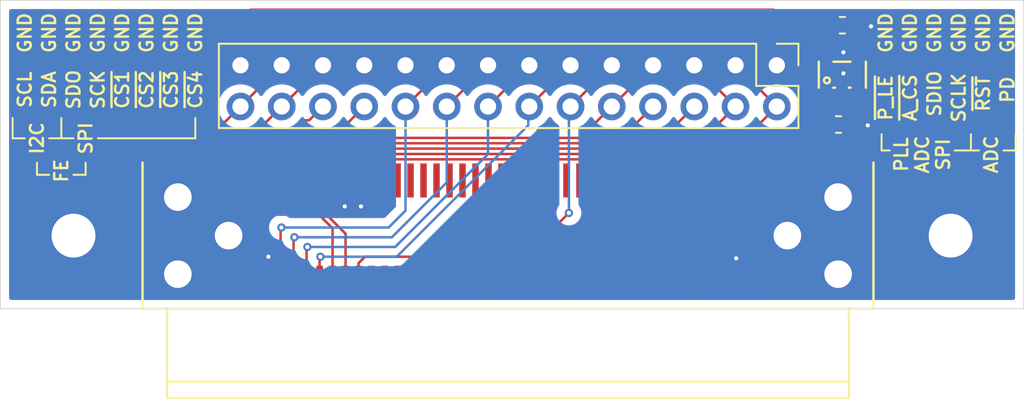
<source format=kicad_pcb>
(kicad_pcb (version 20171130) (host pcbnew 5.1.2-f72e74a~84~ubuntu18.04.1)

  (general
    (thickness 1.6)
    (drawings 58)
    (tracks 245)
    (zones 0)
    (modules 18)
    (nets 76)
  )

  (page A4)
  (layers
    (0 F.Cu signal)
    (31 B.Cu signal hide)
    (36 B.SilkS user)
    (37 F.SilkS user)
    (38 B.Mask user)
    (39 F.Mask user)
    (44 Edge.Cuts user)
    (45 Margin user)
    (46 B.CrtYd user)
    (47 F.CrtYd user)
  )

  (setup
    (last_trace_width 0.1524)
    (trace_clearance 0.1778)
    (zone_clearance 0.508)
    (zone_45_only no)
    (trace_min 0.1524)
    (via_size 0.508)
    (via_drill 0.254)
    (via_min_size 0.508)
    (via_min_drill 0.254)
    (uvia_size 0.3)
    (uvia_drill 0.1)
    (uvias_allowed no)
    (uvia_min_size 0.2)
    (uvia_min_drill 0.1)
    (edge_width 0.05)
    (segment_width 0.2)
    (pcb_text_width 0.3)
    (pcb_text_size 1.5 1.5)
    (mod_edge_width 0.12)
    (mod_text_size 1 0.8)
    (mod_text_width 0.15)
    (pad_size 4.5 4.5)
    (pad_drill 2.7)
    (pad_to_mask_clearance 0.051)
    (solder_mask_min_width 0.25)
    (aux_axis_origin 0 0)
    (grid_origin 105 135)
    (visible_elements FFFFFF7F)
    (pcbplotparams
      (layerselection 0x010fc_ffffffff)
      (usegerberextensions false)
      (usegerberattributes false)
      (usegerberadvancedattributes false)
      (creategerberjobfile false)
      (excludeedgelayer true)
      (linewidth 0.100000)
      (plotframeref false)
      (viasonmask false)
      (mode 1)
      (useauxorigin false)
      (hpglpennumber 1)
      (hpglpenspeed 20)
      (hpglpendiameter 15.000000)
      (psnegative false)
      (psa4output false)
      (plotreference true)
      (plotvalue true)
      (plotinvisibletext false)
      (padsonsilk false)
      (subtractmaskfromsilk false)
      (outputformat 1)
      (mirror false)
      (drillshape 1)
      (scaleselection 1)
      (outputdirectory ""))
  )

  (net 0 "")
  (net 1 GND)
  (net 2 +5V)
  (net 3 +3V3)
  (net 4 /~PGA_CS_1)
  (net 5 /~PGA_CS_2)
  (net 6 /~PGA_CS_3)
  (net 7 /~PGA_CS_4)
  (net 8 /FE_SDIO)
  (net 9 /FE_SCLK)
  (net 10 /FE_SCL)
  (net 11 /FE_SDA)
  (net 12 /~PLL_LE)
  (net 13 /~ADC_CS)
  (net 14 /ADC_PLL_SDIO)
  (net 15 /ADC_PLL_SCLK)
  (net 16 /~ADC_RST)
  (net 17 /ADC_PD)
  (net 18 "Net-(J2-Pad75)")
  (net 19 "Net-(J2-Pad74)")
  (net 20 "Net-(J2-Pad73)")
  (net 21 "Net-(J2-Pad72)")
  (net 22 "Net-(J2-Pad71)")
  (net 23 "Net-(J2-Pad70)")
  (net 24 "Net-(J2-Pad69)")
  (net 25 "Net-(J2-Pad68)")
  (net 26 "Net-(J2-Pad67)")
  (net 27 "Net-(J2-Pad66)")
  (net 28 "Net-(J2-Pad65)")
  (net 29 "Net-(J2-Pad64)")
  (net 30 "Net-(J2-Pad63)")
  (net 31 "Net-(J2-Pad62)")
  (net 32 "Net-(J2-Pad61)")
  (net 33 "Net-(J2-Pad60)")
  (net 34 "Net-(J2-Pad59)")
  (net 35 "Net-(J2-Pad58)")
  (net 36 "Net-(J2-Pad57)")
  (net 37 "Net-(J2-Pad56)")
  (net 38 "Net-(J2-Pad55)")
  (net 39 "Net-(J2-Pad54)")
  (net 40 "Net-(J2-Pad53)")
  (net 41 "Net-(J2-Pad52)")
  (net 42 "Net-(J2-Pad51)")
  (net 43 "Net-(J2-Pad50)")
  (net 44 "Net-(J2-Pad31)")
  (net 45 "Net-(J2-Pad30)")
  (net 46 "Net-(J2-Pad29)")
  (net 47 "Net-(J2-Pad28)")
  (net 48 "Net-(J2-Pad27)")
  (net 49 "Net-(J2-Pad26)")
  (net 50 "Net-(J2-Pad25)")
  (net 51 "Net-(J2-Pad24)")
  (net 52 "Net-(J2-Pad23)")
  (net 53 "Net-(J2-Pad22)")
  (net 54 "Net-(J2-Pad1)")
  (net 55 "Net-(J2-Pad2)")
  (net 56 "Net-(J2-Pad3)")
  (net 57 "Net-(J2-Pad4)")
  (net 58 "Net-(J2-Pad5)")
  (net 59 "Net-(J2-Pad6)")
  (net 60 "Net-(J2-Pad7)")
  (net 61 "Net-(J2-Pad8)")
  (net 62 "Net-(J2-Pad9)")
  (net 63 "Net-(J2-Pad10)")
  (net 64 "Net-(J2-Pad11)")
  (net 65 "Net-(J2-Pad12)")
  (net 66 "Net-(J2-Pad13)")
  (net 67 "Net-(J2-Pad14)")
  (net 68 "Net-(J2-Pad15)")
  (net 69 "Net-(J2-Pad16)")
  (net 70 "Net-(J2-Pad17)")
  (net 71 "Net-(J2-Pad18)")
  (net 72 "Net-(J2-Pad19)")
  (net 73 "Net-(J2-Pad21)")
  (net 74 "Net-(J2-Pad20)")
  (net 75 "Net-(U1-Pad4)")

  (net_class Default "This is the default net class."
    (clearance 0.1778)
    (trace_width 0.1524)
    (via_dia 0.508)
    (via_drill 0.254)
    (uvia_dia 0.3)
    (uvia_drill 0.1)
    (add_net /ADC_PD)
    (add_net /ADC_PLL_SCLK)
    (add_net /ADC_PLL_SDIO)
    (add_net /FE_SCL)
    (add_net /FE_SCLK)
    (add_net /FE_SDA)
    (add_net /FE_SDIO)
    (add_net /~ADC_CS)
    (add_net /~ADC_RST)
    (add_net /~PGA_CS_1)
    (add_net /~PGA_CS_2)
    (add_net /~PGA_CS_3)
    (add_net /~PGA_CS_4)
    (add_net /~PLL_LE)
    (add_net "Net-(J2-Pad1)")
    (add_net "Net-(J2-Pad10)")
    (add_net "Net-(J2-Pad11)")
    (add_net "Net-(J2-Pad12)")
    (add_net "Net-(J2-Pad13)")
    (add_net "Net-(J2-Pad14)")
    (add_net "Net-(J2-Pad15)")
    (add_net "Net-(J2-Pad16)")
    (add_net "Net-(J2-Pad17)")
    (add_net "Net-(J2-Pad18)")
    (add_net "Net-(J2-Pad19)")
    (add_net "Net-(J2-Pad2)")
    (add_net "Net-(J2-Pad20)")
    (add_net "Net-(J2-Pad21)")
    (add_net "Net-(J2-Pad22)")
    (add_net "Net-(J2-Pad23)")
    (add_net "Net-(J2-Pad24)")
    (add_net "Net-(J2-Pad25)")
    (add_net "Net-(J2-Pad26)")
    (add_net "Net-(J2-Pad27)")
    (add_net "Net-(J2-Pad28)")
    (add_net "Net-(J2-Pad29)")
    (add_net "Net-(J2-Pad3)")
    (add_net "Net-(J2-Pad30)")
    (add_net "Net-(J2-Pad31)")
    (add_net "Net-(J2-Pad4)")
    (add_net "Net-(J2-Pad5)")
    (add_net "Net-(J2-Pad50)")
    (add_net "Net-(J2-Pad51)")
    (add_net "Net-(J2-Pad52)")
    (add_net "Net-(J2-Pad53)")
    (add_net "Net-(J2-Pad54)")
    (add_net "Net-(J2-Pad55)")
    (add_net "Net-(J2-Pad56)")
    (add_net "Net-(J2-Pad57)")
    (add_net "Net-(J2-Pad58)")
    (add_net "Net-(J2-Pad59)")
    (add_net "Net-(J2-Pad6)")
    (add_net "Net-(J2-Pad60)")
    (add_net "Net-(J2-Pad61)")
    (add_net "Net-(J2-Pad62)")
    (add_net "Net-(J2-Pad63)")
    (add_net "Net-(J2-Pad64)")
    (add_net "Net-(J2-Pad65)")
    (add_net "Net-(J2-Pad66)")
    (add_net "Net-(J2-Pad67)")
    (add_net "Net-(J2-Pad68)")
    (add_net "Net-(J2-Pad69)")
    (add_net "Net-(J2-Pad7)")
    (add_net "Net-(J2-Pad70)")
    (add_net "Net-(J2-Pad71)")
    (add_net "Net-(J2-Pad72)")
    (add_net "Net-(J2-Pad73)")
    (add_net "Net-(J2-Pad74)")
    (add_net "Net-(J2-Pad75)")
    (add_net "Net-(J2-Pad8)")
    (add_net "Net-(J2-Pad9)")
    (add_net "Net-(U1-Pad4)")
  )

  (net_class PWR ""
    (clearance 0.1778)
    (trace_width 0.2032)
    (via_dia 0.508)
    (via_drill 0.254)
    (uvia_dia 0.3)
    (uvia_drill 0.1)
    (add_net +3V3)
    (add_net +5V)
    (add_net GND)
  )

  (module Connector_PinHeader_2.54mm:PinHeader_2x14_P2.54mm_Vertical (layer F.Cu) (tedit 59FED5CC) (tstamp 5D13073B)
    (at 152.8 120 270)
    (descr "Through hole straight pin header, 2x14, 2.54mm pitch, double rows")
    (tags "Through hole pin header THT 2x14 2.54mm double row")
    (path /5D08E3FC)
    (fp_text reference J1 (at -2.5 -1 180 unlocked) (layer F.SilkS) hide
      (effects (font (size 1 1) (thickness 0.15)))
    )
    (fp_text value Conn_02x14_Odd_Even (at 1.27 35.35 90) (layer F.Fab)
      (effects (font (size 1 1) (thickness 0.15)))
    )
    (fp_text user %R (at 1.27 16.51 unlocked) (layer F.SilkS) hide
      (effects (font (size 1 1) (thickness 0.15)))
    )
    (fp_line (start 4.35 -1.8) (end -1.8 -1.8) (layer F.CrtYd) (width 0.05))
    (fp_line (start 4.35 34.8) (end 4.35 -1.8) (layer F.CrtYd) (width 0.05))
    (fp_line (start -1.8 34.8) (end 4.35 34.8) (layer F.CrtYd) (width 0.05))
    (fp_line (start -1.8 -1.8) (end -1.8 34.8) (layer F.CrtYd) (width 0.05))
    (fp_line (start -1.33 -1.33) (end 0 -1.33) (layer F.SilkS) (width 0.12))
    (fp_line (start -1.33 0) (end -1.33 -1.33) (layer F.SilkS) (width 0.12))
    (fp_line (start 1.27 -1.33) (end 3.87 -1.33) (layer F.SilkS) (width 0.12))
    (fp_line (start 1.27 1.27) (end 1.27 -1.33) (layer F.SilkS) (width 0.12))
    (fp_line (start -1.33 1.27) (end 1.27 1.27) (layer F.SilkS) (width 0.12))
    (fp_line (start 3.87 -1.33) (end 3.87 34.35) (layer F.SilkS) (width 0.12))
    (fp_line (start -1.33 1.27) (end -1.33 34.35) (layer F.SilkS) (width 0.12))
    (fp_line (start -1.33 34.35) (end 3.87 34.35) (layer F.SilkS) (width 0.12))
    (fp_line (start -1.27 0) (end 0 -1.27) (layer F.Fab) (width 0.1))
    (fp_line (start -1.27 34.29) (end -1.27 0) (layer F.Fab) (width 0.1))
    (fp_line (start 3.81 34.29) (end -1.27 34.29) (layer F.Fab) (width 0.1))
    (fp_line (start 3.81 -1.27) (end 3.81 34.29) (layer F.Fab) (width 0.1))
    (fp_line (start 0 -1.27) (end 3.81 -1.27) (layer F.Fab) (width 0.1))
    (pad 28 thru_hole oval (at 2.54 33.02 270) (size 1.7 1.7) (drill 1) (layers *.Cu *.Mask)
      (net 10 /FE_SCL))
    (pad 27 thru_hole oval (at 0 33.02 270) (size 1.7 1.7) (drill 1) (layers *.Cu *.Mask)
      (net 1 GND))
    (pad 26 thru_hole oval (at 2.54 30.48 270) (size 1.7 1.7) (drill 1) (layers *.Cu *.Mask)
      (net 11 /FE_SDA))
    (pad 25 thru_hole oval (at 0 30.48 270) (size 1.7 1.7) (drill 1) (layers *.Cu *.Mask)
      (net 1 GND))
    (pad 24 thru_hole oval (at 2.54 27.94 270) (size 1.7 1.7) (drill 1) (layers *.Cu *.Mask)
      (net 8 /FE_SDIO))
    (pad 23 thru_hole oval (at 0 27.94 270) (size 1.7 1.7) (drill 1) (layers *.Cu *.Mask)
      (net 1 GND))
    (pad 22 thru_hole oval (at 2.54 25.4 270) (size 1.7 1.7) (drill 1) (layers *.Cu *.Mask)
      (net 9 /FE_SCLK))
    (pad 21 thru_hole oval (at 0 25.4 270) (size 1.7 1.7) (drill 1) (layers *.Cu *.Mask)
      (net 1 GND))
    (pad 20 thru_hole oval (at 2.54 22.86 270) (size 1.7 1.7) (drill 1) (layers *.Cu *.Mask)
      (net 4 /~PGA_CS_1))
    (pad 19 thru_hole oval (at 0 22.86 270) (size 1.7 1.7) (drill 1) (layers *.Cu *.Mask)
      (net 1 GND))
    (pad 18 thru_hole oval (at 2.54 20.32 270) (size 1.7 1.7) (drill 1) (layers *.Cu *.Mask)
      (net 5 /~PGA_CS_2))
    (pad 17 thru_hole oval (at 0 20.32 270) (size 1.7 1.7) (drill 1) (layers *.Cu *.Mask)
      (net 1 GND))
    (pad 16 thru_hole oval (at 2.54 17.78 270) (size 1.7 1.7) (drill 1) (layers *.Cu *.Mask)
      (net 6 /~PGA_CS_3))
    (pad 15 thru_hole oval (at 0 17.78 270) (size 1.7 1.7) (drill 1) (layers *.Cu *.Mask)
      (net 1 GND))
    (pad 14 thru_hole oval (at 2.54 15.24 270) (size 1.7 1.7) (drill 1) (layers *.Cu *.Mask)
      (net 7 /~PGA_CS_4))
    (pad 13 thru_hole oval (at 0 15.24 270) (size 1.7 1.7) (drill 1) (layers *.Cu *.Mask)
      (net 1 GND))
    (pad 12 thru_hole oval (at 2.54 12.7 270) (size 1.7 1.7) (drill 1) (layers *.Cu *.Mask)
      (net 12 /~PLL_LE))
    (pad 11 thru_hole oval (at 0 12.7 270) (size 1.7 1.7) (drill 1) (layers *.Cu *.Mask)
      (net 1 GND))
    (pad 10 thru_hole oval (at 2.54 10.16 270) (size 1.7 1.7) (drill 1) (layers *.Cu *.Mask)
      (net 13 /~ADC_CS))
    (pad 9 thru_hole oval (at 0 10.16 270) (size 1.7 1.7) (drill 1) (layers *.Cu *.Mask)
      (net 1 GND))
    (pad 8 thru_hole oval (at 2.54 7.62 270) (size 1.7 1.7) (drill 1) (layers *.Cu *.Mask)
      (net 14 /ADC_PLL_SDIO))
    (pad 7 thru_hole oval (at 0 7.62 270) (size 1.7 1.7) (drill 1) (layers *.Cu *.Mask)
      (net 1 GND))
    (pad 6 thru_hole oval (at 2.54 5.08 270) (size 1.7 1.7) (drill 1) (layers *.Cu *.Mask)
      (net 15 /ADC_PLL_SCLK))
    (pad 5 thru_hole oval (at 0 5.08 270) (size 1.7 1.7) (drill 1) (layers *.Cu *.Mask)
      (net 1 GND))
    (pad 4 thru_hole oval (at 2.54 2.54 270) (size 1.7 1.7) (drill 1) (layers *.Cu *.Mask)
      (net 16 /~ADC_RST))
    (pad 3 thru_hole oval (at 0 2.54 270) (size 1.7 1.7) (drill 1) (layers *.Cu *.Mask)
      (net 1 GND))
    (pad 2 thru_hole oval (at 2.54 0 270) (size 1.7 1.7) (drill 1) (layers *.Cu *.Mask)
      (net 17 /ADC_PD))
    (pad 1 thru_hole rect (at 0 0 270) (size 1.7 1.7) (drill 1) (layers *.Cu *.Mask)
      (net 1 GND))
    (model ${KISYS3DMOD}/Connector_PinHeader_2.54mm.3dshapes/PinHeader_2x14_P2.54mm_Vertical.wrl
      (at (xyz 0 0 0))
      (scale (xyz 1 1 1))
      (rotate (xyz 0 0 0))
    )
  )

  (module Capacitor_SMD:C_0402_1005Metric (layer F.Cu) (tedit 5B301BBE) (tstamp 5D199D1F)
    (at 143.4 117.3 180)
    (descr "Capacitor SMD 0402 (1005 Metric), square (rectangular) end terminal, IPC_7351 nominal, (Body size source: http://www.tortai-tech.com/upload/download/2011102023233369053.pdf), generated with kicad-footprint-generator")
    (tags capacitor)
    (path /5D1D24C6)
    (attr smd)
    (fp_text reference R11 (at 0 1.25 unlocked) (layer F.SilkS) hide
      (effects (font (size 1 1) (thickness 0.15)))
    )
    (fp_text value 10k (at 0 1.17) (layer F.Fab)
      (effects (font (size 1 1) (thickness 0.15)))
    )
    (fp_text user %R (at 0 0 unlocked) (layer F.SilkS) hide
      (effects (font (size 1 0.25) (thickness 0.15)))
    )
    (fp_line (start 0.93 0.47) (end -0.93 0.47) (layer F.CrtYd) (width 0.05))
    (fp_line (start 0.93 -0.47) (end 0.93 0.47) (layer F.CrtYd) (width 0.05))
    (fp_line (start -0.93 -0.47) (end 0.93 -0.47) (layer F.CrtYd) (width 0.05))
    (fp_line (start -0.93 0.47) (end -0.93 -0.47) (layer F.CrtYd) (width 0.05))
    (fp_line (start 0.5 0.25) (end -0.5 0.25) (layer F.Fab) (width 0.1))
    (fp_line (start 0.5 -0.25) (end 0.5 0.25) (layer F.Fab) (width 0.1))
    (fp_line (start -0.5 -0.25) (end 0.5 -0.25) (layer F.Fab) (width 0.1))
    (fp_line (start -0.5 0.25) (end -0.5 -0.25) (layer F.Fab) (width 0.1))
    (pad 2 smd roundrect (at 0.485 0 180) (size 0.59 0.64) (layers F.Cu F.Paste F.Mask) (roundrect_rratio 0.25)
      (net 3 +3V3))
    (pad 1 smd roundrect (at -0.485 0 180) (size 0.59 0.64) (layers F.Cu F.Paste F.Mask) (roundrect_rratio 0.25)
      (net 13 /~ADC_CS))
    (model ${KISYS3DMOD}/Capacitor_SMD.3dshapes/C_0402_1005Metric.wrl
      (at (xyz 0 0 0))
      (scale (xyz 1 1 1))
      (rotate (xyz 0 0 0))
    )
  )

  (module DSO:FX18-80P-0.8SH (layer F.Cu) (tedit 5B5E0A2F) (tstamp 5D193B4E)
    (at 136.25 130.5 180)
    (path /5D023285)
    (fp_text reference J2 (at -23.75 4 unlocked) (layer F.SilkS) hide
      (effects (font (size 1 1) (thickness 0.15)))
    )
    (fp_text value FX18-80P-0.8SH (at -7.5 7) (layer F.Fab)
      (effects (font (size 1 1) (thickness 0.15)))
    )
    (fp_line (start 22.5 4.5) (end 22.5 -4) (layer F.SilkS) (width 0.15))
    (fp_line (start -22.5 4.5) (end -22.5 -4) (layer F.SilkS) (width 0.15))
    (fp_line (start -22.5 -4.5) (end -22.5 -4) (layer F.SilkS) (width 0.15))
    (fp_line (start 22.5 -4.5) (end -22.5 -4.5) (layer F.SilkS) (width 0.15))
    (fp_line (start 22.5 -4) (end 22.5 -4.5) (layer F.SilkS) (width 0.15))
    (fp_line (start -21 -4.5) (end -21 -5) (layer F.SilkS) (width 0.15))
    (fp_line (start 21 -4.5) (end 21 -5) (layer F.SilkS) (width 0.15))
    (fp_line (start 21 -10) (end 21 -4.5) (layer F.SilkS) (width 0.15))
    (fp_line (start -21 -10) (end 21 -10) (layer F.SilkS) (width 0.15))
    (fp_line (start -21 -4.5) (end -21 -10) (layer F.SilkS) (width 0.15))
    (fp_line (start -21 -9) (end 21 -9) (layer F.SilkS) (width 0.15))
    (pad 80 smd rect (at -15.6 -2.9 180) (size 0.4 2.1) (layers F.Cu F.Paste F.Mask)
      (net 1 GND))
    (pad 79 smd rect (at -14.8 -2.9 180) (size 0.4 2.1) (layers F.Cu F.Paste F.Mask)
      (net 1 GND))
    (pad 78 smd rect (at -14 -2.9 180) (size 0.4 2.1) (layers F.Cu F.Paste F.Mask)
      (net 1 GND))
    (pad 77 smd rect (at -13.2 -2.9 180) (size 0.4 2.1) (layers F.Cu F.Paste F.Mask)
      (net 1 GND))
    (pad 76 smd rect (at -12.4 -2.9 180) (size 0.4 2.1) (layers F.Cu F.Paste F.Mask)
      (net 2 +5V))
    (pad 75 smd rect (at -11.6 -2.9 180) (size 0.4 2.1) (layers F.Cu F.Paste F.Mask)
      (net 18 "Net-(J2-Pad75)"))
    (pad 74 smd rect (at -10.8 -2.9 180) (size 0.4 2.1) (layers F.Cu F.Paste F.Mask)
      (net 19 "Net-(J2-Pad74)"))
    (pad 73 smd rect (at -10 -2.9 180) (size 0.4 2.1) (layers F.Cu F.Paste F.Mask)
      (net 20 "Net-(J2-Pad73)"))
    (pad 72 smd rect (at -9.2 -2.9 180) (size 0.4 2.1) (layers F.Cu F.Paste F.Mask)
      (net 21 "Net-(J2-Pad72)"))
    (pad 71 smd rect (at -8.4 -2.9 180) (size 0.4 2.1) (layers F.Cu F.Paste F.Mask)
      (net 22 "Net-(J2-Pad71)"))
    (pad 70 smd rect (at -7.6 -2.9 180) (size 0.4 2.1) (layers F.Cu F.Paste F.Mask)
      (net 23 "Net-(J2-Pad70)"))
    (pad 69 smd rect (at -6.8 -2.9 180) (size 0.4 2.1) (layers F.Cu F.Paste F.Mask)
      (net 24 "Net-(J2-Pad69)"))
    (pad 68 smd rect (at -6 -2.9 180) (size 0.4 2.1) (layers F.Cu F.Paste F.Mask)
      (net 25 "Net-(J2-Pad68)"))
    (pad 67 smd rect (at -5.2 -2.9 180) (size 0.4 2.1) (layers F.Cu F.Paste F.Mask)
      (net 26 "Net-(J2-Pad67)"))
    (pad 66 smd rect (at -4.4 -2.9 180) (size 0.4 2.1) (layers F.Cu F.Paste F.Mask)
      (net 27 "Net-(J2-Pad66)"))
    (pad 65 smd rect (at -3.6 -2.9 180) (size 0.4 2.1) (layers F.Cu F.Paste F.Mask)
      (net 28 "Net-(J2-Pad65)"))
    (pad 64 smd rect (at -2.8 -2.9 180) (size 0.4 2.1) (layers F.Cu F.Paste F.Mask)
      (net 29 "Net-(J2-Pad64)"))
    (pad 63 smd rect (at -2 -2.9 180) (size 0.4 2.1) (layers F.Cu F.Paste F.Mask)
      (net 30 "Net-(J2-Pad63)"))
    (pad 62 smd rect (at -1.2 -2.9 180) (size 0.4 2.1) (layers F.Cu F.Paste F.Mask)
      (net 31 "Net-(J2-Pad62)"))
    (pad 61 smd rect (at -0.4 -2.9 180) (size 0.4 2.1) (layers F.Cu F.Paste F.Mask)
      (net 32 "Net-(J2-Pad61)"))
    (pad 60 smd rect (at 0.4 -2.9 180) (size 0.4 2.1) (layers F.Cu F.Paste F.Mask)
      (net 33 "Net-(J2-Pad60)"))
    (pad 59 smd rect (at 1.2 -2.9 180) (size 0.4 2.1) (layers F.Cu F.Paste F.Mask)
      (net 34 "Net-(J2-Pad59)"))
    (pad 58 smd rect (at 2 -2.9 180) (size 0.4 2.1) (layers F.Cu F.Paste F.Mask)
      (net 35 "Net-(J2-Pad58)"))
    (pad 57 smd rect (at 2.8 -2.9 180) (size 0.4 2.1) (layers F.Cu F.Paste F.Mask)
      (net 36 "Net-(J2-Pad57)"))
    (pad 56 smd rect (at 3.6 -2.9 180) (size 0.4 2.1) (layers F.Cu F.Paste F.Mask)
      (net 37 "Net-(J2-Pad56)"))
    (pad 55 smd rect (at 4.4 -2.9 180) (size 0.4 2.1) (layers F.Cu F.Paste F.Mask)
      (net 38 "Net-(J2-Pad55)"))
    (pad 54 smd rect (at 5.2 -2.9 180) (size 0.4 2.1) (layers F.Cu F.Paste F.Mask)
      (net 39 "Net-(J2-Pad54)"))
    (pad 53 smd rect (at 6 -2.9 180) (size 0.4 2.1) (layers F.Cu F.Paste F.Mask)
      (net 40 "Net-(J2-Pad53)"))
    (pad 52 smd rect (at 6.8 -2.9 180) (size 0.4 2.1) (layers F.Cu F.Paste F.Mask)
      (net 41 "Net-(J2-Pad52)"))
    (pad 51 smd rect (at 7.6 -2.9 180) (size 0.4 2.1) (layers F.Cu F.Paste F.Mask)
      (net 42 "Net-(J2-Pad51)"))
    (pad 50 smd rect (at 8.4 -2.9 180) (size 0.4 2.1) (layers F.Cu F.Paste F.Mask)
      (net 43 "Net-(J2-Pad50)"))
    (pad 49 smd rect (at 9.2 -2.9 180) (size 0.4 2.1) (layers F.Cu F.Paste F.Mask)
      (net 12 /~PLL_LE))
    (pad 48 smd rect (at 10 -2.9 180) (size 0.4 2.1) (layers F.Cu F.Paste F.Mask)
      (net 11 /FE_SDA))
    (pad 47 smd rect (at 10.8 -2.9 180) (size 0.4 2.1) (layers F.Cu F.Paste F.Mask)
      (net 10 /FE_SCL))
    (pad 46 smd rect (at 11.6 -2.9 180) (size 0.4 2.1) (layers F.Cu F.Paste F.Mask)
      (net 7 /~PGA_CS_4))
    (pad 45 smd rect (at 12.4 -2.9 180) (size 0.4 2.1) (layers F.Cu F.Paste F.Mask)
      (net 6 /~PGA_CS_3))
    (pad 44 smd rect (at 13.2 -2.9 180) (size 0.4 2.1) (layers F.Cu F.Paste F.Mask)
      (net 5 /~PGA_CS_2))
    (pad 43 smd rect (at 14 -2.9 180) (size 0.4 2.1) (layers F.Cu F.Paste F.Mask)
      (net 4 /~PGA_CS_1))
    (pad 42 smd rect (at 14.8 -2.9 180) (size 0.4 2.1) (layers F.Cu F.Paste F.Mask)
      (net 1 GND))
    (pad 41 smd rect (at 15.6 -2.9 180) (size 0.4 2.1) (layers F.Cu F.Paste F.Mask)
      (net 1 GND))
    (pad 40 smd rect (at 15.6 3.4 180) (size 0.4 2.1) (layers F.Cu F.Paste F.Mask)
      (net 8 /FE_SDIO))
    (pad 39 smd rect (at 14.8 3.4 180) (size 0.4 2.1) (layers F.Cu F.Paste F.Mask)
      (net 9 /FE_SCLK))
    (pad 38 smd rect (at 14 3.4 180) (size 0.4 2.1) (layers F.Cu F.Paste F.Mask)
      (net 13 /~ADC_CS))
    (pad 37 smd rect (at 13.2 3.4 180) (size 0.4 2.1) (layers F.Cu F.Paste F.Mask)
      (net 14 /ADC_PLL_SDIO))
    (pad 36 smd rect (at 12.4 3.4 180) (size 0.4 2.1) (layers F.Cu F.Paste F.Mask)
      (net 15 /ADC_PLL_SCLK))
    (pad 35 smd rect (at 11.6 3.4 180) (size 0.4 2.1) (layers F.Cu F.Paste F.Mask)
      (net 16 /~ADC_RST))
    (pad 34 smd rect (at 10.8 3.4 180) (size 0.4 2.1) (layers F.Cu F.Paste F.Mask)
      (net 17 /ADC_PD))
    (pad 33 smd rect (at 10 3.4 180) (size 0.4 2.1) (layers F.Cu F.Paste F.Mask)
      (net 1 GND))
    (pad 32 smd rect (at 9.2 3.4 180) (size 0.4 2.1) (layers F.Cu F.Paste F.Mask)
      (net 1 GND))
    (pad 31 smd rect (at 8.4 3.4 180) (size 0.4 2.1) (layers F.Cu F.Paste F.Mask)
      (net 44 "Net-(J2-Pad31)"))
    (pad 30 smd rect (at 7.6 3.4 180) (size 0.4 2.1) (layers F.Cu F.Paste F.Mask)
      (net 45 "Net-(J2-Pad30)"))
    (pad 29 smd rect (at 6.8 3.4 180) (size 0.4 2.1) (layers F.Cu F.Paste F.Mask)
      (net 46 "Net-(J2-Pad29)"))
    (pad 28 smd rect (at 6 3.4 180) (size 0.4 2.1) (layers F.Cu F.Paste F.Mask)
      (net 47 "Net-(J2-Pad28)"))
    (pad 27 smd rect (at 5.2 3.4 180) (size 0.4 2.1) (layers F.Cu F.Paste F.Mask)
      (net 48 "Net-(J2-Pad27)"))
    (pad 26 smd rect (at 4.4 3.4 180) (size 0.4 2.1) (layers F.Cu F.Paste F.Mask)
      (net 49 "Net-(J2-Pad26)"))
    (pad 25 smd rect (at 3.6 3.4 180) (size 0.4 2.1) (layers F.Cu F.Paste F.Mask)
      (net 50 "Net-(J2-Pad25)"))
    (pad 24 smd rect (at 2.8 3.4 180) (size 0.4 2.1) (layers F.Cu F.Paste F.Mask)
      (net 51 "Net-(J2-Pad24)"))
    (pad 23 smd rect (at 2 3.4 180) (size 0.4 2.1) (layers F.Cu F.Paste F.Mask)
      (net 52 "Net-(J2-Pad23)"))
    (pad 22 smd rect (at 1.2 3.4 180) (size 0.4 2.1) (layers F.Cu F.Paste F.Mask)
      (net 53 "Net-(J2-Pad22)"))
    (pad 1 smd rect (at -15.6 3.4 180) (size 0.4 2.1) (layers F.Cu F.Paste F.Mask)
      (net 54 "Net-(J2-Pad1)"))
    (pad 2 smd rect (at -14.8 3.4 180) (size 0.4 2.1) (layers F.Cu F.Paste F.Mask)
      (net 55 "Net-(J2-Pad2)"))
    (pad 3 smd rect (at -14 3.4 180) (size 0.4 2.1) (layers F.Cu F.Paste F.Mask)
      (net 56 "Net-(J2-Pad3)"))
    (pad 4 smd rect (at -13.2 3.4 180) (size 0.4 2.1) (layers F.Cu F.Paste F.Mask)
      (net 57 "Net-(J2-Pad4)"))
    (pad 5 smd rect (at -12.4 3.4 180) (size 0.4 2.1) (layers F.Cu F.Paste F.Mask)
      (net 58 "Net-(J2-Pad5)"))
    (pad 6 smd rect (at -11.6 3.4 180) (size 0.4 2.1) (layers F.Cu F.Paste F.Mask)
      (net 59 "Net-(J2-Pad6)"))
    (pad 7 smd rect (at -10.8 3.4 180) (size 0.4 2.1) (layers F.Cu F.Paste F.Mask)
      (net 60 "Net-(J2-Pad7)"))
    (pad 8 smd rect (at -10 3.4 180) (size 0.4 2.1) (layers F.Cu F.Paste F.Mask)
      (net 61 "Net-(J2-Pad8)"))
    (pad 9 smd rect (at -9.2 3.4 180) (size 0.4 2.1) (layers F.Cu F.Paste F.Mask)
      (net 62 "Net-(J2-Pad9)"))
    (pad 10 smd rect (at -8.4 3.4 180) (size 0.4 2.1) (layers F.Cu F.Paste F.Mask)
      (net 63 "Net-(J2-Pad10)"))
    (pad 11 smd rect (at -7.6 3.4 180) (size 0.4 2.1) (layers F.Cu F.Paste F.Mask)
      (net 64 "Net-(J2-Pad11)"))
    (pad 12 smd rect (at -6.8 3.4 180) (size 0.4 2.1) (layers F.Cu F.Paste F.Mask)
      (net 65 "Net-(J2-Pad12)"))
    (pad 13 smd rect (at -6 3.4 180) (size 0.4 2.1) (layers F.Cu F.Paste F.Mask)
      (net 66 "Net-(J2-Pad13)"))
    (pad 14 smd rect (at -5.2 3.4 180) (size 0.4 2.1) (layers F.Cu F.Paste F.Mask)
      (net 67 "Net-(J2-Pad14)"))
    (pad 15 smd rect (at -4.4 3.4 180) (size 0.4 2.1) (layers F.Cu F.Paste F.Mask)
      (net 68 "Net-(J2-Pad15)"))
    (pad 16 smd rect (at -3.6 3.4 180) (size 0.4 2.1) (layers F.Cu F.Paste F.Mask)
      (net 69 "Net-(J2-Pad16)"))
    (pad 17 smd rect (at -2.8 3.4 180) (size 0.4 2.1) (layers F.Cu F.Paste F.Mask)
      (net 70 "Net-(J2-Pad17)"))
    (pad 18 smd rect (at -2 3.4 180) (size 0.4 2.1) (layers F.Cu F.Paste F.Mask)
      (net 71 "Net-(J2-Pad18)"))
    (pad 19 smd rect (at -1.2 3.4 180) (size 0.4 2.1) (layers F.Cu F.Paste F.Mask)
      (net 72 "Net-(J2-Pad19)"))
    (pad 21 smd rect (at 0.4 3.4 180) (size 0.4 2.1) (layers F.Cu F.Paste F.Mask)
      (net 73 "Net-(J2-Pad21)"))
    (pad 20 smd rect (at -0.4 3.4 180) (size 0.4 2.1) (layers F.Cu F.Paste F.Mask)
      (net 74 "Net-(J2-Pad20)"))
    (pad SHLD thru_hole oval (at 20.325 2.375 180) (size 2.2 2.2) (drill 1.7) (layers *.Cu *.Mask)
      (net 1 GND))
    (pad SHLD thru_hole oval (at 20.325 -2.375 180) (size 2.2 2.2) (drill 1.7) (layers *.Cu *.Mask)
      (net 1 GND))
    (pad SHLD thru_hole oval (at -20.325 -2.375 180) (size 2.2 2.2) (drill 1.7) (layers *.Cu *.Mask)
      (net 1 GND))
    (pad SHLD thru_hole oval (at -20.325 2.375 180) (size 2.2 2.2) (drill 1.7) (layers *.Cu *.Mask)
      (net 1 GND))
    (pad SHLD thru_hole oval (at -17.2 0 180) (size 2.2 2.2) (drill 1.7) (layers *.Cu *.Mask)
      (net 1 GND))
    (pad SHLD thru_hole oval (at 17.2 0 180) (size 2.2 2.2) (drill 1.7) (layers *.Cu *.Mask)
      (net 1 GND))
  )

  (module DSO:SOT-23-5 (layer F.Cu) (tedit 5B12FFF8) (tstamp 5D130846)
    (at 156.834 120.58 90)
    (path /5D0BAE1E)
    (solder_mask_margin 0.05)
    (fp_text reference U1 (at -1.07 2.266 90 unlocked) (layer F.SilkS) hide
      (effects (font (size 1 1) (thickness 0.15)))
    )
    (fp_text value LP2980-3.3 (at 0 -3.2 90) (layer F.Fab)
      (effects (font (size 1 1) (thickness 0.15)))
    )
    (fp_line (start 0 -1.45) (end 0.8 -1.45) (layer F.SilkS) (width 0.15))
    (fp_line (start 0 -1.45) (end -0.8 -1.45) (layer F.SilkS) (width 0.15))
    (fp_line (start -0.8 1.45) (end 0.8 1.45) (layer F.SilkS) (width 0.15))
    (fp_line (start -0.8 -0.55) (end -0.8 -0.45) (layer F.SilkS) (width 0.15))
    (fp_line (start -0.8 0.4) (end -0.8 0.5) (layer F.SilkS) (width 0.15))
    (fp_line (start 0.8 -0.55) (end 0.8 0.5) (layer F.SilkS) (width 0.15))
    (fp_circle (center -0.35 -0.95) (end -0.2 -1.05) (layer F.SilkS) (width 0.15))
    (pad 1 smd rect (at -1.3 -0.95 90) (size 1.1 0.6) (layers F.Cu F.Paste F.Mask)
      (net 2 +5V))
    (pad 2 smd rect (at -1.3 0 90) (size 1.1 0.6) (layers F.Cu F.Paste F.Mask)
      (net 1 GND))
    (pad 3 smd rect (at -1.3 0.95 90) (size 1.1 0.6) (layers F.Cu F.Paste F.Mask)
      (net 2 +5V))
    (pad 4 smd rect (at 1.3 0.95 90) (size 1.1 0.6) (layers F.Cu F.Paste F.Mask)
      (net 75 "Net-(U1-Pad4)"))
    (pad 5 smd rect (at 1.3 -0.95 90) (size 1.1 0.6) (layers F.Cu F.Paste F.Mask)
      (net 3 +3V3))
  )

  (module Capacitor_SMD:C_0402_1005Metric (layer F.Cu) (tedit 5B301BBE) (tstamp 5D130836)
    (at 133.25 117.3 180)
    (descr "Capacitor SMD 0402 (1005 Metric), square (rectangular) end terminal, IPC_7351 nominal, (Body size source: http://www.tortai-tech.com/upload/download/2011102023233369053.pdf), generated with kicad-footprint-generator")
    (tags capacitor)
    (path /5D119B56)
    (attr smd)
    (fp_text reference R10 (at 0 -1.17 180 unlocked) (layer F.SilkS) hide
      (effects (font (size 1 1) (thickness 0.15)))
    )
    (fp_text value 10k (at 0 1.17) (layer F.Fab)
      (effects (font (size 1 1) (thickness 0.15)))
    )
    (fp_text user %R (at 0 0 180 unlocked) (layer F.SilkS) hide
      (effects (font (size 1 0.25) (thickness 0.15)))
    )
    (fp_line (start 0.93 0.47) (end -0.93 0.47) (layer F.CrtYd) (width 0.05))
    (fp_line (start 0.93 -0.47) (end 0.93 0.47) (layer F.CrtYd) (width 0.05))
    (fp_line (start -0.93 -0.47) (end 0.93 -0.47) (layer F.CrtYd) (width 0.05))
    (fp_line (start -0.93 0.47) (end -0.93 -0.47) (layer F.CrtYd) (width 0.05))
    (fp_line (start 0.5 0.25) (end -0.5 0.25) (layer F.Fab) (width 0.1))
    (fp_line (start 0.5 -0.25) (end 0.5 0.25) (layer F.Fab) (width 0.1))
    (fp_line (start -0.5 -0.25) (end 0.5 -0.25) (layer F.Fab) (width 0.1))
    (fp_line (start -0.5 0.25) (end -0.5 -0.25) (layer F.Fab) (width 0.1))
    (pad 2 smd roundrect (at 0.485 0 180) (size 0.59 0.64) (layers F.Cu F.Paste F.Mask) (roundrect_rratio 0.25)
      (net 3 +3V3))
    (pad 1 smd roundrect (at -0.485 0 180) (size 0.59 0.64) (layers F.Cu F.Paste F.Mask) (roundrect_rratio 0.25)
      (net 5 /~PGA_CS_2))
    (model ${KISYS3DMOD}/Capacitor_SMD.3dshapes/C_0402_1005Metric.wrl
      (at (xyz 0 0 0))
      (scale (xyz 1 1 1))
      (rotate (xyz 0 0 0))
    )
  )

  (module Capacitor_SMD:C_0402_1005Metric (layer F.Cu) (tedit 5B301BBE) (tstamp 5D19905E)
    (at 138.3 117.3 180)
    (descr "Capacitor SMD 0402 (1005 Metric), square (rectangular) end terminal, IPC_7351 nominal, (Body size source: http://www.tortai-tech.com/upload/download/2011102023233369053.pdf), generated with kicad-footprint-generator")
    (tags capacitor)
    (path /5D119E74)
    (attr smd)
    (fp_text reference R9 (at 0 -1.17 180 unlocked) (layer F.SilkS) hide
      (effects (font (size 1 1) (thickness 0.15)))
    )
    (fp_text value 10k (at 0 1.17) (layer F.Fab)
      (effects (font (size 1 1) (thickness 0.15)))
    )
    (fp_text user %R (at 0 0 180 unlocked) (layer F.SilkS) hide
      (effects (font (size 1 0.25) (thickness 0.15)))
    )
    (fp_line (start 0.93 0.47) (end -0.93 0.47) (layer F.CrtYd) (width 0.05))
    (fp_line (start 0.93 -0.47) (end 0.93 0.47) (layer F.CrtYd) (width 0.05))
    (fp_line (start -0.93 -0.47) (end 0.93 -0.47) (layer F.CrtYd) (width 0.05))
    (fp_line (start -0.93 0.47) (end -0.93 -0.47) (layer F.CrtYd) (width 0.05))
    (fp_line (start 0.5 0.25) (end -0.5 0.25) (layer F.Fab) (width 0.1))
    (fp_line (start 0.5 -0.25) (end 0.5 0.25) (layer F.Fab) (width 0.1))
    (fp_line (start -0.5 -0.25) (end 0.5 -0.25) (layer F.Fab) (width 0.1))
    (fp_line (start -0.5 0.25) (end -0.5 -0.25) (layer F.Fab) (width 0.1))
    (pad 2 smd roundrect (at 0.485 0 180) (size 0.59 0.64) (layers F.Cu F.Paste F.Mask) (roundrect_rratio 0.25)
      (net 3 +3V3))
    (pad 1 smd roundrect (at -0.485 0 180) (size 0.59 0.64) (layers F.Cu F.Paste F.Mask) (roundrect_rratio 0.25)
      (net 7 /~PGA_CS_4))
    (model ${KISYS3DMOD}/Capacitor_SMD.3dshapes/C_0402_1005Metric.wrl
      (at (xyz 0 0 0))
      (scale (xyz 1 1 1))
      (rotate (xyz 0 0 0))
    )
  )

  (module Capacitor_SMD:C_0402_1005Metric (layer F.Cu) (tedit 5B301BBE) (tstamp 5D130818)
    (at 123.1 117.3 180)
    (descr "Capacitor SMD 0402 (1005 Metric), square (rectangular) end terminal, IPC_7351 nominal, (Body size source: http://www.tortai-tech.com/upload/download/2011102023233369053.pdf), generated with kicad-footprint-generator")
    (tags capacitor)
    (path /5D11A265)
    (attr smd)
    (fp_text reference R8 (at 0 1 unlocked) (layer F.SilkS) hide
      (effects (font (size 1 1) (thickness 0.15)))
    )
    (fp_text value 10k (at 0 1.17) (layer F.Fab)
      (effects (font (size 1 1) (thickness 0.15)))
    )
    (fp_text user %R (at 0 0 unlocked) (layer F.SilkS) hide
      (effects (font (size 1 0.25) (thickness 0.15)))
    )
    (fp_line (start 0.93 0.47) (end -0.93 0.47) (layer F.CrtYd) (width 0.05))
    (fp_line (start 0.93 -0.47) (end 0.93 0.47) (layer F.CrtYd) (width 0.05))
    (fp_line (start -0.93 -0.47) (end 0.93 -0.47) (layer F.CrtYd) (width 0.05))
    (fp_line (start -0.93 0.47) (end -0.93 -0.47) (layer F.CrtYd) (width 0.05))
    (fp_line (start 0.5 0.25) (end -0.5 0.25) (layer F.Fab) (width 0.1))
    (fp_line (start 0.5 -0.25) (end 0.5 0.25) (layer F.Fab) (width 0.1))
    (fp_line (start -0.5 -0.25) (end 0.5 -0.25) (layer F.Fab) (width 0.1))
    (fp_line (start -0.5 0.25) (end -0.5 -0.25) (layer F.Fab) (width 0.1))
    (pad 2 smd roundrect (at 0.485 0 180) (size 0.59 0.64) (layers F.Cu F.Paste F.Mask) (roundrect_rratio 0.25)
      (net 3 +3V3))
    (pad 1 smd roundrect (at -0.485 0 180) (size 0.59 0.64) (layers F.Cu F.Paste F.Mask) (roundrect_rratio 0.25)
      (net 11 /FE_SDA))
    (model ${KISYS3DMOD}/Capacitor_SMD.3dshapes/C_0402_1005Metric.wrl
      (at (xyz 0 0 0))
      (scale (xyz 1 1 1))
      (rotate (xyz 0 0 0))
    )
  )

  (module Capacitor_SMD:C_0402_1005Metric (layer F.Cu) (tedit 5B301BBE) (tstamp 5D130809)
    (at 145.4 117.3)
    (descr "Capacitor SMD 0402 (1005 Metric), square (rectangular) end terminal, IPC_7351 nominal, (Body size source: http://www.tortai-tech.com/upload/download/2011102023233369053.pdf), generated with kicad-footprint-generator")
    (tags capacitor)
    (path /5D11A6A0)
    (attr smd)
    (fp_text reference R7 (at 0 -1.17 unlocked) (layer F.SilkS) hide
      (effects (font (size 1 1) (thickness 0.15)))
    )
    (fp_text value 10k (at 0 1.17) (layer F.Fab)
      (effects (font (size 1 1) (thickness 0.15)))
    )
    (fp_text user %R (at 0 0 unlocked) (layer F.SilkS) hide
      (effects (font (size 1 0.25) (thickness 0.15)))
    )
    (fp_line (start 0.93 0.47) (end -0.93 0.47) (layer F.CrtYd) (width 0.05))
    (fp_line (start 0.93 -0.47) (end 0.93 0.47) (layer F.CrtYd) (width 0.05))
    (fp_line (start -0.93 -0.47) (end 0.93 -0.47) (layer F.CrtYd) (width 0.05))
    (fp_line (start -0.93 0.47) (end -0.93 -0.47) (layer F.CrtYd) (width 0.05))
    (fp_line (start 0.5 0.25) (end -0.5 0.25) (layer F.Fab) (width 0.1))
    (fp_line (start 0.5 -0.25) (end 0.5 0.25) (layer F.Fab) (width 0.1))
    (fp_line (start -0.5 -0.25) (end 0.5 -0.25) (layer F.Fab) (width 0.1))
    (fp_line (start -0.5 0.25) (end -0.5 -0.25) (layer F.Fab) (width 0.1))
    (pad 2 smd roundrect (at 0.485 0) (size 0.59 0.64) (layers F.Cu F.Paste F.Mask) (roundrect_rratio 0.25)
      (net 1 GND))
    (pad 1 smd roundrect (at -0.485 0) (size 0.59 0.64) (layers F.Cu F.Paste F.Mask) (roundrect_rratio 0.25)
      (net 13 /~ADC_CS))
    (model ${KISYS3DMOD}/Capacitor_SMD.3dshapes/C_0402_1005Metric.wrl
      (at (xyz 0 0 0))
      (scale (xyz 1 1 1))
      (rotate (xyz 0 0 0))
    )
  )

  (module Capacitor_SMD:C_0402_1005Metric (layer F.Cu) (tedit 5B301BBE) (tstamp 5D1307FA)
    (at 151 117.3 180)
    (descr "Capacitor SMD 0402 (1005 Metric), square (rectangular) end terminal, IPC_7351 nominal, (Body size source: http://www.tortai-tech.com/upload/download/2011102023233369053.pdf), generated with kicad-footprint-generator")
    (tags capacitor)
    (path /5D11AA3B)
    (attr smd)
    (fp_text reference R6 (at 0 1 unlocked) (layer F.SilkS) hide
      (effects (font (size 1 1) (thickness 0.15)))
    )
    (fp_text value 10k (at 0 1.17) (layer F.Fab)
      (effects (font (size 1 1) (thickness 0.15)))
    )
    (fp_text user %R (at 0 0 unlocked) (layer F.SilkS) hide
      (effects (font (size 1 0.25) (thickness 0.15)))
    )
    (fp_line (start 0.93 0.47) (end -0.93 0.47) (layer F.CrtYd) (width 0.05))
    (fp_line (start 0.93 -0.47) (end 0.93 0.47) (layer F.CrtYd) (width 0.05))
    (fp_line (start -0.93 -0.47) (end 0.93 -0.47) (layer F.CrtYd) (width 0.05))
    (fp_line (start -0.93 0.47) (end -0.93 -0.47) (layer F.CrtYd) (width 0.05))
    (fp_line (start 0.5 0.25) (end -0.5 0.25) (layer F.Fab) (width 0.1))
    (fp_line (start 0.5 -0.25) (end 0.5 0.25) (layer F.Fab) (width 0.1))
    (fp_line (start -0.5 -0.25) (end 0.5 -0.25) (layer F.Fab) (width 0.1))
    (fp_line (start -0.5 0.25) (end -0.5 -0.25) (layer F.Fab) (width 0.1))
    (pad 2 smd roundrect (at 0.485 0 180) (size 0.59 0.64) (layers F.Cu F.Paste F.Mask) (roundrect_rratio 0.25)
      (net 3 +3V3))
    (pad 1 smd roundrect (at -0.485 0 180) (size 0.59 0.64) (layers F.Cu F.Paste F.Mask) (roundrect_rratio 0.25)
      (net 17 /ADC_PD))
    (model ${KISYS3DMOD}/Capacitor_SMD.3dshapes/C_0402_1005Metric.wrl
      (at (xyz 0 0 0))
      (scale (xyz 1 1 1))
      (rotate (xyz 0 0 0))
    )
  )

  (module Capacitor_SMD:C_0402_1005Metric (layer F.Cu) (tedit 5B301BBE) (tstamp 5D1307EB)
    (at 130.75 117.3 180)
    (descr "Capacitor SMD 0402 (1005 Metric), square (rectangular) end terminal, IPC_7351 nominal, (Body size source: http://www.tortai-tech.com/upload/download/2011102023233369053.pdf), generated with kicad-footprint-generator")
    (tags capacitor)
    (path /5D117FDD)
    (attr smd)
    (fp_text reference R5 (at 0 -1.17 unlocked) (layer F.SilkS) hide
      (effects (font (size 1 1) (thickness 0.15)))
    )
    (fp_text value 10k (at 0 1.17) (layer F.Fab)
      (effects (font (size 1 1) (thickness 0.15)))
    )
    (fp_text user %R (at 0 0 unlocked) (layer F.SilkS) hide
      (effects (font (size 1 0.25) (thickness 0.15)))
    )
    (fp_line (start 0.93 0.47) (end -0.93 0.47) (layer F.CrtYd) (width 0.05))
    (fp_line (start 0.93 -0.47) (end 0.93 0.47) (layer F.CrtYd) (width 0.05))
    (fp_line (start -0.93 -0.47) (end 0.93 -0.47) (layer F.CrtYd) (width 0.05))
    (fp_line (start -0.93 0.47) (end -0.93 -0.47) (layer F.CrtYd) (width 0.05))
    (fp_line (start 0.5 0.25) (end -0.5 0.25) (layer F.Fab) (width 0.1))
    (fp_line (start 0.5 -0.25) (end 0.5 0.25) (layer F.Fab) (width 0.1))
    (fp_line (start -0.5 -0.25) (end 0.5 -0.25) (layer F.Fab) (width 0.1))
    (fp_line (start -0.5 0.25) (end -0.5 -0.25) (layer F.Fab) (width 0.1))
    (pad 2 smd roundrect (at 0.485 0 180) (size 0.59 0.64) (layers F.Cu F.Paste F.Mask) (roundrect_rratio 0.25)
      (net 3 +3V3))
    (pad 1 smd roundrect (at -0.485 0 180) (size 0.59 0.64) (layers F.Cu F.Paste F.Mask) (roundrect_rratio 0.25)
      (net 4 /~PGA_CS_1))
    (model ${KISYS3DMOD}/Capacitor_SMD.3dshapes/C_0402_1005Metric.wrl
      (at (xyz 0 0 0))
      (scale (xyz 1 1 1))
      (rotate (xyz 0 0 0))
    )
  )

  (module Capacitor_SMD:C_0402_1005Metric (layer F.Cu) (tedit 5B301BBE) (tstamp 5D1307DC)
    (at 135.75 117.3 180)
    (descr "Capacitor SMD 0402 (1005 Metric), square (rectangular) end terminal, IPC_7351 nominal, (Body size source: http://www.tortai-tech.com/upload/download/2011102023233369053.pdf), generated with kicad-footprint-generator")
    (tags capacitor)
    (path /5D117BFC)
    (attr smd)
    (fp_text reference R4 (at 0 -1.17 180 unlocked) (layer F.SilkS) hide
      (effects (font (size 1 1) (thickness 0.15)))
    )
    (fp_text value 10k (at 0 1.17) (layer F.Fab)
      (effects (font (size 1 1) (thickness 0.15)))
    )
    (fp_text user %R (at 0 0 180 unlocked) (layer F.SilkS) hide
      (effects (font (size 1 0.25) (thickness 0.15)))
    )
    (fp_line (start 0.93 0.47) (end -0.93 0.47) (layer F.CrtYd) (width 0.05))
    (fp_line (start 0.93 -0.47) (end 0.93 0.47) (layer F.CrtYd) (width 0.05))
    (fp_line (start -0.93 -0.47) (end 0.93 -0.47) (layer F.CrtYd) (width 0.05))
    (fp_line (start -0.93 0.47) (end -0.93 -0.47) (layer F.CrtYd) (width 0.05))
    (fp_line (start 0.5 0.25) (end -0.5 0.25) (layer F.Fab) (width 0.1))
    (fp_line (start 0.5 -0.25) (end 0.5 0.25) (layer F.Fab) (width 0.1))
    (fp_line (start -0.5 -0.25) (end 0.5 -0.25) (layer F.Fab) (width 0.1))
    (fp_line (start -0.5 0.25) (end -0.5 -0.25) (layer F.Fab) (width 0.1))
    (pad 2 smd roundrect (at 0.485 0 180) (size 0.59 0.64) (layers F.Cu F.Paste F.Mask) (roundrect_rratio 0.25)
      (net 3 +3V3))
    (pad 1 smd roundrect (at -0.485 0 180) (size 0.59 0.64) (layers F.Cu F.Paste F.Mask) (roundrect_rratio 0.25)
      (net 6 /~PGA_CS_3))
    (model ${KISYS3DMOD}/Capacitor_SMD.3dshapes/C_0402_1005Metric.wrl
      (at (xyz 0 0 0))
      (scale (xyz 1 1 1))
      (rotate (xyz 0 0 0))
    )
  )

  (module Capacitor_SMD:C_0402_1005Metric (layer F.Cu) (tedit 5B301BBE) (tstamp 5D1307CD)
    (at 120.6 117.3 180)
    (descr "Capacitor SMD 0402 (1005 Metric), square (rectangular) end terminal, IPC_7351 nominal, (Body size source: http://www.tortai-tech.com/upload/download/2011102023233369053.pdf), generated with kicad-footprint-generator")
    (tags capacitor)
    (path /5D11785B)
    (attr smd)
    (fp_text reference R3 (at 0 1 unlocked) (layer F.SilkS) hide
      (effects (font (size 1 1) (thickness 0.15)))
    )
    (fp_text value 10k (at 0 1.17) (layer F.Fab)
      (effects (font (size 1 1) (thickness 0.15)))
    )
    (fp_text user %R (at 0 0 unlocked) (layer F.SilkS) hide
      (effects (font (size 1 0.25) (thickness 0.15)))
    )
    (fp_line (start 0.93 0.47) (end -0.93 0.47) (layer F.CrtYd) (width 0.05))
    (fp_line (start 0.93 -0.47) (end 0.93 0.47) (layer F.CrtYd) (width 0.05))
    (fp_line (start -0.93 -0.47) (end 0.93 -0.47) (layer F.CrtYd) (width 0.05))
    (fp_line (start -0.93 0.47) (end -0.93 -0.47) (layer F.CrtYd) (width 0.05))
    (fp_line (start 0.5 0.25) (end -0.5 0.25) (layer F.Fab) (width 0.1))
    (fp_line (start 0.5 -0.25) (end 0.5 0.25) (layer F.Fab) (width 0.1))
    (fp_line (start -0.5 -0.25) (end 0.5 -0.25) (layer F.Fab) (width 0.1))
    (fp_line (start -0.5 0.25) (end -0.5 -0.25) (layer F.Fab) (width 0.1))
    (pad 2 smd roundrect (at 0.485 0 180) (size 0.59 0.64) (layers F.Cu F.Paste F.Mask) (roundrect_rratio 0.25)
      (net 3 +3V3))
    (pad 1 smd roundrect (at -0.485 0 180) (size 0.59 0.64) (layers F.Cu F.Paste F.Mask) (roundrect_rratio 0.25)
      (net 10 /FE_SCL))
    (model ${KISYS3DMOD}/Capacitor_SMD.3dshapes/C_0402_1005Metric.wrl
      (at (xyz 0 0 0))
      (scale (xyz 1 1 1))
      (rotate (xyz 0 0 0))
    )
  )

  (module Capacitor_SMD:C_0402_1005Metric (layer F.Cu) (tedit 5B301BBE) (tstamp 5D1307BE)
    (at 140.9 117.3 180)
    (descr "Capacitor SMD 0402 (1005 Metric), square (rectangular) end terminal, IPC_7351 nominal, (Body size source: http://www.tortai-tech.com/upload/download/2011102023233369053.pdf), generated with kicad-footprint-generator")
    (tags capacitor)
    (path /5D11740F)
    (attr smd)
    (fp_text reference R2 (at 0 1 unlocked) (layer F.SilkS) hide
      (effects (font (size 1 1) (thickness 0.15)))
    )
    (fp_text value 10k (at 0 1.17) (layer F.Fab)
      (effects (font (size 1 1) (thickness 0.15)))
    )
    (fp_text user %R (at 0 0 unlocked) (layer F.SilkS) hide
      (effects (font (size 1 0.25) (thickness 0.15)))
    )
    (fp_line (start 0.93 0.47) (end -0.93 0.47) (layer F.CrtYd) (width 0.05))
    (fp_line (start 0.93 -0.47) (end 0.93 0.47) (layer F.CrtYd) (width 0.05))
    (fp_line (start -0.93 -0.47) (end 0.93 -0.47) (layer F.CrtYd) (width 0.05))
    (fp_line (start -0.93 0.47) (end -0.93 -0.47) (layer F.CrtYd) (width 0.05))
    (fp_line (start 0.5 0.25) (end -0.5 0.25) (layer F.Fab) (width 0.1))
    (fp_line (start 0.5 -0.25) (end 0.5 0.25) (layer F.Fab) (width 0.1))
    (fp_line (start -0.5 -0.25) (end 0.5 -0.25) (layer F.Fab) (width 0.1))
    (fp_line (start -0.5 0.25) (end -0.5 -0.25) (layer F.Fab) (width 0.1))
    (pad 2 smd roundrect (at 0.485 0 180) (size 0.59 0.64) (layers F.Cu F.Paste F.Mask) (roundrect_rratio 0.25)
      (net 3 +3V3))
    (pad 1 smd roundrect (at -0.485 0 180) (size 0.59 0.64) (layers F.Cu F.Paste F.Mask) (roundrect_rratio 0.25)
      (net 12 /~PLL_LE))
    (model ${KISYS3DMOD}/Capacitor_SMD.3dshapes/C_0402_1005Metric.wrl
      (at (xyz 0 0 0))
      (scale (xyz 1 1 1))
      (rotate (xyz 0 0 0))
    )
  )

  (module Capacitor_SMD:C_0402_1005Metric (layer F.Cu) (tedit 5B301BBE) (tstamp 5D1FECF4)
    (at 148.5 117.3 180)
    (descr "Capacitor SMD 0402 (1005 Metric), square (rectangular) end terminal, IPC_7351 nominal, (Body size source: http://www.tortai-tech.com/upload/download/2011102023233369053.pdf), generated with kicad-footprint-generator")
    (tags capacitor)
    (path /5D101E2F)
    (attr smd)
    (fp_text reference R1 (at 0 1 unlocked) (layer F.SilkS) hide
      (effects (font (size 1 1) (thickness 0.15)))
    )
    (fp_text value 10k (at 0 1.17) (layer F.Fab)
      (effects (font (size 1 1) (thickness 0.15)))
    )
    (fp_text user %R (at 0 0 unlocked) (layer F.SilkS) hide
      (effects (font (size 1 0.25) (thickness 0.15)))
    )
    (fp_line (start 0.93 0.47) (end -0.93 0.47) (layer F.CrtYd) (width 0.05))
    (fp_line (start 0.93 -0.47) (end 0.93 0.47) (layer F.CrtYd) (width 0.05))
    (fp_line (start -0.93 -0.47) (end 0.93 -0.47) (layer F.CrtYd) (width 0.05))
    (fp_line (start -0.93 0.47) (end -0.93 -0.47) (layer F.CrtYd) (width 0.05))
    (fp_line (start 0.5 0.25) (end -0.5 0.25) (layer F.Fab) (width 0.1))
    (fp_line (start 0.5 -0.25) (end 0.5 0.25) (layer F.Fab) (width 0.1))
    (fp_line (start -0.5 -0.25) (end 0.5 -0.25) (layer F.Fab) (width 0.1))
    (fp_line (start -0.5 0.25) (end -0.5 -0.25) (layer F.Fab) (width 0.1))
    (pad 2 smd roundrect (at 0.485 0 180) (size 0.59 0.64) (layers F.Cu F.Paste F.Mask) (roundrect_rratio 0.25)
      (net 3 +3V3))
    (pad 1 smd roundrect (at -0.485 0 180) (size 0.59 0.64) (layers F.Cu F.Paste F.Mask) (roundrect_rratio 0.25)
      (net 16 /~ADC_RST))
    (model ${KISYS3DMOD}/Capacitor_SMD.3dshapes/C_0402_1005Metric.wrl
      (at (xyz 0 0 0))
      (scale (xyz 1 1 1))
      (rotate (xyz 0 0 0))
    )
  )

  (module MountingHole:MountingHole_2.7mm_M2.5_ISO14580_Pad (layer F.Cu) (tedit 5D1FFB6F) (tstamp 5D1306F9)
    (at 163.5 130.5)
    (descr "Mounting Hole 2.7mm, M2.5, ISO14580")
    (tags "mounting hole 2.7mm m2.5 iso14580")
    (path /5D07671E)
    (attr virtual)
    (fp_text reference H2 (at 0 -3.25 unlocked) (layer F.SilkS) hide
      (effects (font (size 1 1) (thickness 0.15)))
    )
    (fp_text value MountingHole (at 0 3.25) (layer F.Fab)
      (effects (font (size 1 1) (thickness 0.15)))
    )
    (fp_circle (center 0 0) (end 2.5 0) (layer F.CrtYd) (width 0.05))
    (fp_circle (center 0 0) (end 2.25 0) (layer Cmts.User) (width 0.15))
    (fp_text user %R (at 0.3 0 unlocked) (layer F.SilkS) hide
      (effects (font (size 1 1) (thickness 0.15)))
    )
    (pad 1 thru_hole circle (at 0 0) (size 4.5 4.5) (drill 2.7) (layers *.Cu *.Mask)
      (net 1 GND))
  )

  (module MountingHole:MountingHole_2.7mm_M2.5_ISO14580_Pad (layer F.Cu) (tedit 5D1FFB65) (tstamp 5D1306F1)
    (at 109.5 130.5)
    (descr "Mounting Hole 2.7mm, M2.5, ISO14580")
    (tags "mounting hole 2.7mm m2.5 iso14580")
    (path /5D077742)
    (attr virtual)
    (fp_text reference H1 (at 0 -3.25 unlocked) (layer F.SilkS) hide
      (effects (font (size 1 1) (thickness 0.15)))
    )
    (fp_text value MountingHole (at 0 3.25) (layer F.Fab)
      (effects (font (size 1 1) (thickness 0.15)))
    )
    (fp_circle (center 0 0) (end 2.5 0) (layer F.CrtYd) (width 0.05))
    (fp_circle (center 0 0) (end 2.25 0) (layer Cmts.User) (width 0.15))
    (fp_text user %R (at 0.3 0 unlocked) (layer F.SilkS) hide
      (effects (font (size 1 1) (thickness 0.15)))
    )
    (pad 1 thru_hole circle (at 0 0) (size 4.5 4.5) (drill 2.7) (layers *.Cu *.Mask)
      (net 1 GND))
  )

  (module Capacitor_SMD:C_0603_1608Metric (layer F.Cu) (tedit 5B301BBE) (tstamp 5D1306E9)
    (at 156.834 117.532)
    (descr "Capacitor SMD 0603 (1608 Metric), square (rectangular) end terminal, IPC_7351 nominal, (Body size source: http://www.tortai-tech.com/upload/download/2011102023233369053.pdf), generated with kicad-footprint-generator")
    (tags capacitor)
    (path /5D1DA1C1)
    (attr smd)
    (fp_text reference C2 (at 0 -1.43 unlocked) (layer F.SilkS) hide
      (effects (font (size 1 1) (thickness 0.15)))
    )
    (fp_text value 10uF (at 0 1.43) (layer F.Fab)
      (effects (font (size 1 1) (thickness 0.15)))
    )
    (fp_text user %R (at 0 0 unlocked) (layer F.SilkS) hide
      (effects (font (size 1 0.4) (thickness 0.15)))
    )
    (fp_line (start 1.48 0.73) (end -1.48 0.73) (layer F.CrtYd) (width 0.05))
    (fp_line (start 1.48 -0.73) (end 1.48 0.73) (layer F.CrtYd) (width 0.05))
    (fp_line (start -1.48 -0.73) (end 1.48 -0.73) (layer F.CrtYd) (width 0.05))
    (fp_line (start -1.48 0.73) (end -1.48 -0.73) (layer F.CrtYd) (width 0.05))
    (fp_line (start -0.162779 0.51) (end 0.162779 0.51) (layer F.SilkS) (width 0.12))
    (fp_line (start -0.162779 -0.51) (end 0.162779 -0.51) (layer F.SilkS) (width 0.12))
    (fp_line (start 0.8 0.4) (end -0.8 0.4) (layer F.Fab) (width 0.1))
    (fp_line (start 0.8 -0.4) (end 0.8 0.4) (layer F.Fab) (width 0.1))
    (fp_line (start -0.8 -0.4) (end 0.8 -0.4) (layer F.Fab) (width 0.1))
    (fp_line (start -0.8 0.4) (end -0.8 -0.4) (layer F.Fab) (width 0.1))
    (pad 2 smd roundrect (at 0.7875 0) (size 0.875 0.95) (layers F.Cu F.Paste F.Mask) (roundrect_rratio 0.25)
      (net 1 GND))
    (pad 1 smd roundrect (at -0.7875 0) (size 0.875 0.95) (layers F.Cu F.Paste F.Mask) (roundrect_rratio 0.25)
      (net 3 +3V3))
    (model ${KISYS3DMOD}/Capacitor_SMD.3dshapes/C_0603_1608Metric.wrl
      (at (xyz 0 0 0))
      (scale (xyz 1 1 1))
      (rotate (xyz 0 0 0))
    )
  )

  (module Capacitor_SMD:C_0603_1608Metric (layer F.Cu) (tedit 5B301BBE) (tstamp 5D1306D8)
    (at 156.6 123.65)
    (descr "Capacitor SMD 0603 (1608 Metric), square (rectangular) end terminal, IPC_7351 nominal, (Body size source: http://www.tortai-tech.com/upload/download/2011102023233369053.pdf), generated with kicad-footprint-generator")
    (tags capacitor)
    (path /5D1C1255)
    (attr smd)
    (fp_text reference C1 (at 2.5 0 unlocked) (layer F.SilkS) hide
      (effects (font (size 1 1) (thickness 0.15)))
    )
    (fp_text value 10uF (at 0 1.43) (layer F.Fab)
      (effects (font (size 1 1) (thickness 0.15)))
    )
    (fp_text user %R (at 0 0 unlocked) (layer F.SilkS) hide
      (effects (font (size 1 0.4) (thickness 0.15)))
    )
    (fp_line (start 1.48 0.73) (end -1.48 0.73) (layer F.CrtYd) (width 0.05))
    (fp_line (start 1.48 -0.73) (end 1.48 0.73) (layer F.CrtYd) (width 0.05))
    (fp_line (start -1.48 -0.73) (end 1.48 -0.73) (layer F.CrtYd) (width 0.05))
    (fp_line (start -1.48 0.73) (end -1.48 -0.73) (layer F.CrtYd) (width 0.05))
    (fp_line (start -0.162779 0.51) (end 0.162779 0.51) (layer F.SilkS) (width 0.12))
    (fp_line (start -0.162779 -0.51) (end 0.162779 -0.51) (layer F.SilkS) (width 0.12))
    (fp_line (start 0.8 0.4) (end -0.8 0.4) (layer F.Fab) (width 0.1))
    (fp_line (start 0.8 -0.4) (end 0.8 0.4) (layer F.Fab) (width 0.1))
    (fp_line (start -0.8 -0.4) (end 0.8 -0.4) (layer F.Fab) (width 0.1))
    (fp_line (start -0.8 0.4) (end -0.8 -0.4) (layer F.Fab) (width 0.1))
    (pad 2 smd roundrect (at 0.7875 0) (size 0.875 0.95) (layers F.Cu F.Paste F.Mask) (roundrect_rratio 0.25)
      (net 1 GND))
    (pad 1 smd roundrect (at -0.7875 0) (size 0.875 0.95) (layers F.Cu F.Paste F.Mask) (roundrect_rratio 0.25)
      (net 2 +5V))
    (model ${KISYS3DMOD}/Capacitor_SMD.3dshapes/C_0603_1608Metric.wrl
      (at (xyz 0 0 0))
      (scale (xyz 1 1 1))
      (rotate (xyz 0 0 0))
    )
  )

  (gr_line (start 163.75 125.25) (end 164 125.25) (layer F.SilkS) (width 0.12) (tstamp 5D203089))
  (gr_line (start 159.25 125.25) (end 159.75 125.25) (layer F.SilkS) (width 0.12))
  (gr_text "PLL\nADC\nSPI" (at 161.75 125.5 90) (layer F.SilkS)
    (effects (font (size 0.8 0.8) (thickness 0.15)))
  )
  (gr_line (start 167.5 125.25) (end 167.5 124.25) (layer F.SilkS) (width 0.12))
  (gr_line (start 166.75 125.25) (end 167.5 125.25) (layer F.SilkS) (width 0.12))
  (gr_line (start 164.25 125.25) (end 165.25 125.25) (layer F.SilkS) (width 0.12))
  (gr_text ADC (at 166 125.5 90) (layer F.SilkS)
    (effects (font (size 0.8 0.8) (thickness 0.15)))
  )
  (gr_line (start 159.25 125.25) (end 159.25 124.25) (layer F.SilkS) (width 0.12))
  (gr_line (start 164.75 125.25) (end 164.75 124.25) (layer F.SilkS) (width 0.12))
  (gr_line (start 164 125.25) (end 164.25 125.25) (layer F.SilkS) (width 0.12))
  (gr_text PD (at 167 121.5 90) (layer F.SilkS)
    (effects (font (size 0.8 0.8) (thickness 0.15)))
  )
  (gr_text ~RST (at 165.5 121.75 90) (layer F.SilkS)
    (effects (font (size 0.8 0.8) (thickness 0.15)))
  )
  (gr_text SCLK (at 164 122 90) (layer F.SilkS)
    (effects (font (size 0.8 0.8) (thickness 0.15)))
  )
  (gr_text SDIO (at 162.5 121.75 90) (layer F.SilkS)
    (effects (font (size 0.8 0.8) (thickness 0.15)))
  )
  (gr_text ~A_CS (at 161 122 90) (layer F.SilkS)
    (effects (font (size 0.8 0.8) (thickness 0.15)))
  )
  (gr_text ~P_LE (at 159.5 122 90) (layer F.SilkS)
    (effects (font (size 0.8 0.8) (thickness 0.15)))
  )
  (gr_line (start 110.25 126.25) (end 110.25 126) (layer F.SilkS) (width 0.12))
  (gr_line (start 107.25 126.25) (end 107.25 126) (layer F.SilkS) (width 0.12))
  (gr_line (start 107.25 126.75) (end 107.25 126.25) (layer F.SilkS) (width 0.12))
  (gr_line (start 108 126.75) (end 107.25 126.75) (layer F.SilkS) (width 0.12))
  (gr_line (start 110.25 126.75) (end 110.25 126.25) (layer F.SilkS) (width 0.12))
  (gr_line (start 109.5 126.75) (end 110.25 126.75) (layer F.SilkS) (width 0.12))
  (gr_line (start 117 124.5) (end 117 123.25) (layer F.SilkS) (width 0.12))
  (gr_line (start 111 124.5) (end 117 124.5) (layer F.SilkS) (width 0.12))
  (gr_line (start 109.5 124.5) (end 108.75 124.5) (layer F.SilkS) (width 0.12) (tstamp 5D202DB5))
  (gr_line (start 108.75 124.5) (end 108.75 123.25) (layer F.SilkS) (width 0.12))
  (gr_line (start 108 124.5) (end 108.75 124.5) (layer F.SilkS) (width 0.12))
  (gr_line (start 105.75 124.5) (end 105.75 123.25) (layer F.SilkS) (width 0.12))
  (gr_line (start 106.5 124.5) (end 105.75 124.5) (layer F.SilkS) (width 0.12))
  (gr_text SPI (at 110.25 124.5 90) (layer F.SilkS)
    (effects (font (size 0.8 0.8) (thickness 0.15)))
  )
  (gr_text FE (at 108.75 126.5 90) (layer F.SilkS)
    (effects (font (size 0.8 0.8) (thickness 0.15)))
  )
  (gr_text ~CS4 (at 117 121.5 90) (layer F.SilkS) (tstamp 5D202D7A)
    (effects (font (size 0.8 0.8) (thickness 0.15)))
  )
  (gr_text ~CS3 (at 115.5 121.5 90) (layer F.SilkS) (tstamp 5D202D7A)
    (effects (font (size 0.8 0.8) (thickness 0.15)))
  )
  (gr_text ~CS2 (at 114 121.5 90) (layer F.SilkS) (tstamp 5D202D7A)
    (effects (font (size 0.8 0.8) (thickness 0.15)))
  )
  (gr_text ~CS1 (at 112.5 121.5 90) (layer F.SilkS)
    (effects (font (size 0.8 0.8) (thickness 0.15)))
  )
  (gr_text I2C (at 107.25 124.5 90) (layer F.SilkS)
    (effects (font (size 0.8 0.8) (thickness 0.15)))
  )
  (gr_text SCK (at 111 121.5 90) (layer F.SilkS)
    (effects (font (size 0.8 0.8) (thickness 0.15)))
  )
  (gr_text SDO (at 109.5 121.5 90) (layer F.SilkS)
    (effects (font (size 0.8 0.8) (thickness 0.15)))
  )
  (gr_text SDA (at 108 121.5 90) (layer F.SilkS)
    (effects (font (size 0.8 0.8) (thickness 0.15)))
  )
  (gr_text SCL (at 106.5 121.5 90) (layer F.SilkS)
    (effects (font (size 0.8 0.8) (thickness 0.15)))
  )
  (gr_text GND (at 167 118 90) (layer F.SilkS) (tstamp 5D202CCD)
    (effects (font (size 0.8 0.8) (thickness 0.15)))
  )
  (gr_text GND (at 165.5 118 90) (layer F.SilkS) (tstamp 5D202B48)
    (effects (font (size 0.8 0.8) (thickness 0.15)))
  )
  (gr_text GND (at 164 118 90) (layer F.SilkS) (tstamp 5D202B48)
    (effects (font (size 0.8 0.8) (thickness 0.15)))
  )
  (gr_text GND (at 162.5 118 90) (layer F.SilkS) (tstamp 5D202B48)
    (effects (font (size 0.8 0.8) (thickness 0.15)))
  )
  (gr_text GND (at 161 118 90) (layer F.SilkS) (tstamp 5D202B48)
    (effects (font (size 0.8 0.8) (thickness 0.15)))
  )
  (gr_text GND (at 159.5 118 90) (layer F.SilkS) (tstamp 5D202B48)
    (effects (font (size 0.8 0.8) (thickness 0.15)))
  )
  (gr_text GND (at 117 118 90) (layer F.SilkS) (tstamp 5D202B48)
    (effects (font (size 0.8 0.8) (thickness 0.15)))
  )
  (gr_text GND (at 115.5 118 90) (layer F.SilkS) (tstamp 5D202B48)
    (effects (font (size 0.8 0.8) (thickness 0.15)))
  )
  (gr_text GND (at 114 118 90) (layer F.SilkS) (tstamp 5D202B48)
    (effects (font (size 0.8 0.8) (thickness 0.15)))
  )
  (gr_text GND (at 112.5 118 90) (layer F.SilkS) (tstamp 5D202B48)
    (effects (font (size 0.8 0.8) (thickness 0.15)))
  )
  (gr_text GND (at 111 118 90) (layer F.SilkS) (tstamp 5D202B48)
    (effects (font (size 0.8 0.8) (thickness 0.15)))
  )
  (gr_text GND (at 109.5 118 90) (layer F.SilkS) (tstamp 5D202B48)
    (effects (font (size 0.8 0.8) (thickness 0.15)))
  )
  (gr_text GND (at 108 118 90) (layer F.SilkS) (tstamp 5D202B48)
    (effects (font (size 0.8 0.8) (thickness 0.15)))
  )
  (gr_text GND (at 106.5 118 90) (layer F.SilkS)
    (effects (font (size 0.8 0.8) (thickness 0.15)))
  )
  (gr_line (start 105 116) (end 105 135) (layer Edge.Cuts) (width 0.05) (tstamp 5D19A212))
  (gr_line (start 168 116) (end 105 116) (layer Edge.Cuts) (width 0.05))
  (gr_line (start 168 135) (end 168 116) (layer Edge.Cuts) (width 0.05))
  (gr_line (start 105 135) (end 168 135) (layer Edge.Cuts) (width 0.05))

  (segment (start 145.885 119.295) (end 145.18 120) (width 0.1524) (layer F.Cu) (net 1))
  (segment (start 145.885 117.2) (end 145.885 119.295) (width 0.1524) (layer F.Cu) (net 1))
  (segment (start 157.6215 117.532) (end 156.9 118.2535) (width 0.2032) (layer F.Cu) (net 1))
  (via (at 156.9 119.2) (size 0.508) (drill 0.254) (layers F.Cu B.Cu) (net 1))
  (segment (start 156.9 118.2535) (end 156.9 119.2) (width 0.2032) (layer F.Cu) (net 1))
  (via (at 156.9 120.5) (size 0.508) (drill 0.254) (layers F.Cu B.Cu) (net 1))
  (segment (start 156.9 119.2) (end 156.9 120.5) (width 0.2032) (layer F.Cu) (net 1))
  (segment (start 156.9 121.814) (end 156.834 121.88) (width 0.2032) (layer F.Cu) (net 1))
  (segment (start 156.9 120.5) (end 156.9 121.814) (width 0.2032) (layer F.Cu) (net 1))
  (segment (start 157.334 123.5965) (end 157.3875 123.65) (width 0.2032) (layer F.Cu) (net 1))
  (via (at 158.4 123.7) (size 0.508) (drill 0.254) (layers F.Cu B.Cu) (net 1))
  (segment (start 157.3875 123.65) (end 158.35 123.65) (width 0.2032) (layer F.Cu) (net 1))
  (segment (start 158.35 123.65) (end 158.4 123.7) (width 0.2032) (layer F.Cu) (net 1))
  (via (at 158.6 117.6) (size 0.508) (drill 0.254) (layers F.Cu B.Cu) (net 1))
  (segment (start 157.6215 117.532) (end 158.532 117.532) (width 0.2032) (layer F.Cu) (net 1))
  (segment (start 158.532 117.532) (end 158.6 117.6) (width 0.2032) (layer F.Cu) (net 1))
  (via (at 150.3 131.9) (size 0.508) (drill 0.254) (layers F.Cu B.Cu) (net 1))
  (segment (start 150.25 133.4) (end 150.25 131.95) (width 0.2032) (layer F.Cu) (net 1))
  (segment (start 150.25 131.95) (end 150.3 131.9) (width 0.2032) (layer F.Cu) (net 1))
  (segment (start 149.45 133.4) (end 150.25 133.4) (width 0.2032) (layer F.Cu) (net 1))
  (segment (start 151.05 133.4) (end 151.85 133.4) (width 0.2032) (layer F.Cu) (net 1))
  (segment (start 151.85 132.1) (end 153.45 130.5) (width 0.2032) (layer F.Cu) (net 1))
  (segment (start 151.85 133.4) (end 151.85 132.1) (width 0.2032) (layer F.Cu) (net 1))
  (segment (start 150.25 133.4) (end 151.05 133.4) (width 0.2032) (layer F.Cu) (net 1))
  (via (at 121.5 131.8) (size 0.508) (drill 0.254) (layers F.Cu B.Cu) (net 1))
  (segment (start 121.45 133.4) (end 121.45 131.85) (width 0.2032) (layer F.Cu) (net 1))
  (segment (start 121.45 131.85) (end 121.5 131.8) (width 0.2032) (layer F.Cu) (net 1))
  (segment (start 121.45 133.4) (end 120.65 133.4) (width 0.2032) (layer F.Cu) (net 1))
  (segment (start 120.65 132.1) (end 119.05 130.5) (width 0.2032) (layer F.Cu) (net 1))
  (segment (start 120.65 133.4) (end 120.65 132.1) (width 0.2032) (layer F.Cu) (net 1))
  (segment (start 127.05 128.55) (end 127.05 127.1) (width 0.2032) (layer F.Cu) (net 1))
  (via (at 127.2 128.7) (size 0.508) (drill 0.254) (layers F.Cu B.Cu) (net 1))
  (segment (start 127.2 128.7) (end 127.05 128.55) (width 0.2032) (layer F.Cu) (net 1))
  (via (at 126.2 128.7) (size 0.508) (drill 0.254) (layers F.Cu B.Cu) (net 1))
  (segment (start 126.2 127.15) (end 126.25 127.1) (width 0.2032) (layer F.Cu) (net 1))
  (segment (start 126.2 128.7) (end 126.2 127.15) (width 0.2032) (layer F.Cu) (net 1))
  (segment (start 126.25 127.1) (end 127.05 127.1) (width 0.2032) (layer F.Cu) (net 1))
  (segment (start 156.834 123.0965) (end 157.3875 123.65) (width 0.2032) (layer F.Cu) (net 1))
  (segment (start 156.834 121.88) (end 156.834 123.0965) (width 0.2032) (layer F.Cu) (net 1))
  (segment (start 155.8125 124.225) (end 155.8125 123.65) (width 0.2032) (layer F.Cu) (net 2))
  (segment (start 148.65 133.4) (end 148.65 132.45) (width 0.2032) (layer F.Cu) (net 2))
  (segment (start 148.65 132.45) (end 155.8125 125.2875) (width 0.2032) (layer F.Cu) (net 2))
  (segment (start 157.784 122.13) (end 157.784 121.88) (width 0.2032) (layer F.Cu) (net 2))
  (segment (start 155.8125 124.9875) (end 156.0125 124.7875) (width 0.2032) (layer F.Cu) (net 2))
  (segment (start 155.8125 124.9875) (end 155.8125 124.7875) (width 0.2032) (layer F.Cu) (net 2))
  (segment (start 155.8125 125.2875) (end 155.8125 124.9875) (width 0.2032) (layer F.Cu) (net 2))
  (segment (start 155.8125 124.6125) (end 155.9875 124.7875) (width 0.2032) (layer F.Cu) (net 2))
  (segment (start 155.8125 124.5875) (end 155.8125 124.6125) (width 0.2032) (layer F.Cu) (net 2))
  (segment (start 155.9875 124.7875) (end 156.0125 124.7875) (width 0.2032) (layer F.Cu) (net 2))
  (segment (start 155.8125 124.7875) (end 155.9875 124.7875) (width 0.2032) (layer F.Cu) (net 2))
  (segment (start 155.8125 124.5875) (end 155.8125 124.225) (width 0.2032) (layer F.Cu) (net 2))
  (segment (start 155.8125 124.7875) (end 155.8125 124.5875) (width 0.2032) (layer F.Cu) (net 2))
  (segment (start 155.8125 121.9515) (end 155.884 121.88) (width 0.2032) (layer F.Cu) (net 2))
  (segment (start 155.8125 123.65) (end 155.8125 121.9515) (width 0.2032) (layer F.Cu) (net 2))
  (segment (start 158.68 121.88) (end 157.784 121.88) (width 0.2032) (layer F.Cu) (net 2))
  (segment (start 159.3 124.2) (end 159.3 122.5) (width 0.2032) (layer F.Cu) (net 2))
  (segment (start 156.0125 124.7875) (end 158.7125 124.7875) (width 0.2032) (layer F.Cu) (net 2))
  (segment (start 159.3 122.5) (end 158.68 121.88) (width 0.2032) (layer F.Cu) (net 2))
  (segment (start 158.7125 124.7875) (end 159.3 124.2) (width 0.2032) (layer F.Cu) (net 2))
  (segment (start 120.115 116.885) (end 120.115 117.3) (width 0.2032) (layer F.Cu) (net 3))
  (segment (start 120.4 116.6) (end 120.115 116.885) (width 0.2032) (layer F.Cu) (net 3))
  (segment (start 153.532 117.532) (end 152.6 116.6) (width 0.2032) (layer F.Cu) (net 3))
  (segment (start 122.6 116.6) (end 122.615 116.615) (width 0.2032) (layer F.Cu) (net 3))
  (segment (start 122.73 116.6) (end 122.615 116.715) (width 0.2032) (layer F.Cu) (net 3))
  (segment (start 122.9 116.6) (end 122.73 116.6) (width 0.2032) (layer F.Cu) (net 3))
  (segment (start 122.615 116.715) (end 122.615 117.3) (width 0.2032) (layer F.Cu) (net 3))
  (segment (start 122.615 116.615) (end 122.615 116.715) (width 0.2032) (layer F.Cu) (net 3))
  (segment (start 122.9 116.6) (end 122.6 116.6) (width 0.2032) (layer F.Cu) (net 3))
  (segment (start 122.5 116.6) (end 122.615 116.715) (width 0.2032) (layer F.Cu) (net 3))
  (segment (start 122.4 116.6) (end 122.5 116.6) (width 0.2032) (layer F.Cu) (net 3))
  (segment (start 122.4 116.6) (end 120.4 116.6) (width 0.2032) (layer F.Cu) (net 3))
  (segment (start 122.6 116.6) (end 122.4 116.6) (width 0.2032) (layer F.Cu) (net 3))
  (segment (start 130.3 116.6) (end 130.265 116.635) (width 0.2032) (layer F.Cu) (net 3))
  (segment (start 130.4 116.6) (end 130.265 116.735) (width 0.2032) (layer F.Cu) (net 3))
  (segment (start 130.5 116.6) (end 130.4 116.6) (width 0.2032) (layer F.Cu) (net 3))
  (segment (start 130.265 116.735) (end 130.265 117.3) (width 0.2032) (layer F.Cu) (net 3))
  (segment (start 130.265 116.635) (end 130.265 116.735) (width 0.2032) (layer F.Cu) (net 3))
  (segment (start 130.5 116.6) (end 130.3 116.6) (width 0.2032) (layer F.Cu) (net 3))
  (segment (start 130.13 116.6) (end 130.265 116.735) (width 0.2032) (layer F.Cu) (net 3))
  (segment (start 130 116.6) (end 130.13 116.6) (width 0.2032) (layer F.Cu) (net 3))
  (segment (start 130 116.6) (end 122.9 116.6) (width 0.2032) (layer F.Cu) (net 3))
  (segment (start 130.3 116.6) (end 130 116.6) (width 0.2032) (layer F.Cu) (net 3))
  (segment (start 132.7 116.6) (end 132.765 116.665) (width 0.2032) (layer F.Cu) (net 3))
  (segment (start 132.765 116.665) (end 132.765 116.765) (width 0.2032) (layer F.Cu) (net 3))
  (segment (start 132.5 116.6) (end 132.6 116.6) (width 0.2032) (layer F.Cu) (net 3))
  (segment (start 132.765 116.765) (end 132.765 117.3) (width 0.2032) (layer F.Cu) (net 3))
  (segment (start 132.5 116.6) (end 130.5 116.6) (width 0.2032) (layer F.Cu) (net 3))
  (segment (start 132.6 116.6) (end 132.765 116.765) (width 0.2032) (layer F.Cu) (net 3))
  (segment (start 132.7 116.6) (end 132.5 116.6) (width 0.2032) (layer F.Cu) (net 3))
  (segment (start 132.9 116.63) (end 132.765 116.765) (width 0.2032) (layer F.Cu) (net 3))
  (segment (start 132.9 116.6) (end 132.9 116.63) (width 0.2032) (layer F.Cu) (net 3))
  (segment (start 132.9 116.6) (end 132.7 116.6) (width 0.2032) (layer F.Cu) (net 3))
  (segment (start 135.3 116.6) (end 135.265 116.635) (width 0.2032) (layer F.Cu) (net 3))
  (segment (start 135.4 116.6) (end 135.265 116.735) (width 0.2032) (layer F.Cu) (net 3))
  (segment (start 135.5 116.6) (end 135.4 116.6) (width 0.2032) (layer F.Cu) (net 3))
  (segment (start 135.265 116.735) (end 135.265 117.3) (width 0.2032) (layer F.Cu) (net 3))
  (segment (start 135.265 116.635) (end 135.265 116.735) (width 0.2032) (layer F.Cu) (net 3))
  (segment (start 135.5 116.6) (end 135.3 116.6) (width 0.2032) (layer F.Cu) (net 3))
  (segment (start 135.1 116.6) (end 135.13 116.6) (width 0.2032) (layer F.Cu) (net 3))
  (segment (start 135.13 116.6) (end 135.265 116.735) (width 0.2032) (layer F.Cu) (net 3))
  (segment (start 135.1 116.6) (end 132.9 116.6) (width 0.2032) (layer F.Cu) (net 3))
  (segment (start 135.3 116.6) (end 135.1 116.6) (width 0.2032) (layer F.Cu) (net 3))
  (segment (start 137.8 116.6) (end 137.815 116.615) (width 0.2032) (layer F.Cu) (net 3))
  (segment (start 137.93 116.6) (end 137.815 116.715) (width 0.2032) (layer F.Cu) (net 3))
  (segment (start 138 116.6) (end 137.93 116.6) (width 0.2032) (layer F.Cu) (net 3))
  (segment (start 137.815 116.615) (end 137.815 116.715) (width 0.2032) (layer F.Cu) (net 3))
  (segment (start 138 116.6) (end 137.8 116.6) (width 0.2032) (layer F.Cu) (net 3))
  (segment (start 137.815 116.715) (end 137.815 117.3) (width 0.2032) (layer F.Cu) (net 3))
  (segment (start 137.7 116.6) (end 137.815 116.715) (width 0.2032) (layer F.Cu) (net 3))
  (segment (start 137.6 116.6) (end 137.7 116.6) (width 0.2032) (layer F.Cu) (net 3))
  (segment (start 137.6 116.6) (end 135.5 116.6) (width 0.2032) (layer F.Cu) (net 3))
  (segment (start 137.8 116.6) (end 137.6 116.6) (width 0.2032) (layer F.Cu) (net 3))
  (segment (start 140.5 116.63) (end 140.415 116.715) (width 0.2032) (layer F.Cu) (net 3))
  (segment (start 140.5 116.6) (end 140.5 116.63) (width 0.2032) (layer F.Cu) (net 3))
  (segment (start 140.415 116.715) (end 140.415 117.3) (width 0.2032) (layer F.Cu) (net 3))
  (segment (start 140.3 116.6) (end 140.415 116.715) (width 0.2032) (layer F.Cu) (net 3))
  (segment (start 140.3 116.6) (end 138 116.6) (width 0.2032) (layer F.Cu) (net 3))
  (segment (start 140.5 116.6) (end 140.3 116.6) (width 0.2032) (layer F.Cu) (net 3))
  (segment (start 142.9 116.6) (end 142.915 116.615) (width 0.2032) (layer F.Cu) (net 3))
  (segment (start 143.03 116.6) (end 142.915 116.715) (width 0.2032) (layer F.Cu) (net 3))
  (segment (start 142.915 116.715) (end 142.915 117.3) (width 0.2032) (layer F.Cu) (net 3))
  (segment (start 143.1 116.6) (end 143.03 116.6) (width 0.2032) (layer F.Cu) (net 3))
  (segment (start 142.915 116.615) (end 142.915 116.715) (width 0.2032) (layer F.Cu) (net 3))
  (segment (start 143.1 116.6) (end 142.9 116.6) (width 0.2032) (layer F.Cu) (net 3))
  (segment (start 142.8 116.6) (end 142.915 116.715) (width 0.2032) (layer F.Cu) (net 3))
  (segment (start 142.7 116.6) (end 142.8 116.6) (width 0.2032) (layer F.Cu) (net 3))
  (segment (start 142.7 116.6) (end 140.5 116.6) (width 0.2032) (layer F.Cu) (net 3))
  (segment (start 142.9 116.6) (end 142.7 116.6) (width 0.2032) (layer F.Cu) (net 3))
  (segment (start 148 116.6) (end 148.015 116.615) (width 0.2032) (layer F.Cu) (net 3))
  (segment (start 148.13 116.6) (end 148.015 116.715) (width 0.2032) (layer F.Cu) (net 3))
  (segment (start 148.2 116.6) (end 148.13 116.6) (width 0.2032) (layer F.Cu) (net 3))
  (segment (start 148.015 116.715) (end 148.015 117.3) (width 0.2032) (layer F.Cu) (net 3))
  (segment (start 148.2 116.6) (end 148 116.6) (width 0.2032) (layer F.Cu) (net 3))
  (segment (start 148.015 116.615) (end 148.015 116.715) (width 0.2032) (layer F.Cu) (net 3))
  (segment (start 147.8 116.6) (end 147.9 116.6) (width 0.2032) (layer F.Cu) (net 3))
  (segment (start 147.9 116.6) (end 148.015 116.715) (width 0.2032) (layer F.Cu) (net 3))
  (segment (start 147.8 116.6) (end 143.1 116.6) (width 0.2032) (layer F.Cu) (net 3))
  (segment (start 148 116.6) (end 147.8 116.6) (width 0.2032) (layer F.Cu) (net 3))
  (segment (start 150.5 116.6) (end 150.515 116.615) (width 0.2032) (layer F.Cu) (net 3))
  (segment (start 150.515 116.715) (end 150.515 117.3) (width 0.2032) (layer F.Cu) (net 3))
  (segment (start 150.63 116.6) (end 150.515 116.715) (width 0.2032) (layer F.Cu) (net 3))
  (segment (start 150.515 116.615) (end 150.515 116.715) (width 0.2032) (layer F.Cu) (net 3))
  (segment (start 150.7 116.6) (end 150.63 116.6) (width 0.2032) (layer F.Cu) (net 3))
  (segment (start 150.7 116.6) (end 150.5 116.6) (width 0.2032) (layer F.Cu) (net 3))
  (segment (start 152.6 116.6) (end 150.7 116.6) (width 0.2032) (layer F.Cu) (net 3))
  (segment (start 150.3 116.6) (end 150.4 116.6) (width 0.2032) (layer F.Cu) (net 3))
  (segment (start 150.3 116.6) (end 148.2 116.6) (width 0.2032) (layer F.Cu) (net 3))
  (segment (start 150.4 116.6) (end 150.515 116.715) (width 0.2032) (layer F.Cu) (net 3))
  (segment (start 150.5 116.6) (end 150.3 116.6) (width 0.2032) (layer F.Cu) (net 3))
  (segment (start 156.0465 119.1175) (end 155.884 119.28) (width 0.2032) (layer F.Cu) (net 3))
  (segment (start 156.0465 117.532) (end 156.0465 119.1175) (width 0.2032) (layer F.Cu) (net 3))
  (segment (start 156.0465 117.532) (end 153.532 117.532) (width 0.2032) (layer F.Cu) (net 3))
  (via (at 122.3 130) (size 0.508) (drill 0.254) (layers F.Cu B.Cu) (net 4))
  (segment (start 122.25 133.4) (end 122.25 130.05) (width 0.1524) (layer F.Cu) (net 4))
  (segment (start 122.25 130.05) (end 122.3 130) (width 0.1524) (layer F.Cu) (net 4))
  (segment (start 129.94 128.96) (end 129.94 122.54) (width 0.1524) (layer B.Cu) (net 4))
  (segment (start 122.3 130) (end 128.9 130) (width 0.1524) (layer B.Cu) (net 4))
  (segment (start 128.9 130) (end 129.94 128.96) (width 0.1524) (layer B.Cu) (net 4))
  (segment (start 131.235 121.245) (end 131.235 117.2) (width 0.1524) (layer F.Cu) (net 4))
  (segment (start 129.94 122.54) (end 131.235 121.245) (width 0.1524) (layer F.Cu) (net 4))
  (via (at 123.1 130.6) (size 0.508) (drill 0.254) (layers F.Cu B.Cu) (net 5))
  (segment (start 123.05 133.4) (end 123.05 130.65) (width 0.1524) (layer F.Cu) (net 5))
  (segment (start 123.05 130.65) (end 123.1 130.6) (width 0.1524) (layer F.Cu) (net 5))
  (segment (start 123.1 130.6) (end 129.1 130.6) (width 0.1524) (layer B.Cu) (net 5))
  (segment (start 132.48 127.22) (end 132.48 122.54) (width 0.1524) (layer B.Cu) (net 5))
  (segment (start 129.1 130.6) (end 132.48 127.22) (width 0.1524) (layer B.Cu) (net 5))
  (segment (start 133.735 121.285) (end 133.735 117.2) (width 0.1524) (layer F.Cu) (net 5))
  (segment (start 132.48 122.54) (end 133.735 121.285) (width 0.1524) (layer F.Cu) (net 5))
  (segment (start 123.85 133.4) (end 123.85 131.25) (width 0.1524) (layer F.Cu) (net 6))
  (via (at 123.9 131.2) (size 0.508) (drill 0.254) (layers F.Cu B.Cu) (net 6))
  (segment (start 123.85 131.25) (end 123.9 131.2) (width 0.1524) (layer F.Cu) (net 6))
  (segment (start 123.9 131.2) (end 129.3 131.2) (width 0.1524) (layer B.Cu) (net 6))
  (segment (start 135.02 125.48) (end 135.02 122.54) (width 0.1524) (layer B.Cu) (net 6))
  (segment (start 129.3 131.2) (end 135.02 125.48) (width 0.1524) (layer B.Cu) (net 6))
  (segment (start 136.235 121.325) (end 136.235 117.2) (width 0.1524) (layer F.Cu) (net 6))
  (segment (start 135.02 122.54) (end 136.235 121.325) (width 0.1524) (layer F.Cu) (net 6))
  (via (at 124.7 131.8) (size 0.508) (drill 0.254) (layers F.Cu B.Cu) (net 7))
  (segment (start 124.65 133.4) (end 124.65 131.75) (width 0.1524) (layer F.Cu) (net 7))
  (segment (start 124.65 131.75) (end 124.7 131.7) (width 0.1524) (layer F.Cu) (net 7))
  (segment (start 137.5 122.6) (end 137.56 122.54) (width 0.1524) (layer B.Cu) (net 7))
  (segment (start 124.7 131.8) (end 129.4 131.8) (width 0.1524) (layer B.Cu) (net 7))
  (segment (start 137.5 123.7) (end 137.5 122.6) (width 0.1524) (layer B.Cu) (net 7))
  (segment (start 129.4 131.8) (end 137.5 123.7) (width 0.1524) (layer B.Cu) (net 7))
  (segment (start 138.785 121.315) (end 138.785 117.2) (width 0.1524) (layer F.Cu) (net 7))
  (segment (start 137.56 122.54) (end 138.785 121.315) (width 0.1524) (layer F.Cu) (net 7))
  (segment (start 124.010001 123.389999) (end 124.86 122.54) (width 0.1524) (layer F.Cu) (net 8))
  (segment (start 123.510001 123.389999) (end 124.010001 123.389999) (width 0.1524) (layer F.Cu) (net 8))
  (segment (start 120.65 126.25) (end 123.510001 123.389999) (width 0.1524) (layer F.Cu) (net 8))
  (segment (start 120.65 127.1) (end 120.65 126.25) (width 0.1524) (layer F.Cu) (net 8))
  (segment (start 125.795051 124.144949) (end 127.4 122.54) (width 0.1524) (layer F.Cu) (net 9))
  (segment (start 123.555051 124.144949) (end 125.795051 124.144949) (width 0.1524) (layer F.Cu) (net 9))
  (segment (start 121.45 127.1) (end 121.45 126.25) (width 0.1524) (layer F.Cu) (net 9))
  (segment (start 121.45 126.25) (end 123.555051 124.144949) (width 0.1524) (layer F.Cu) (net 9))
  (segment (start 125.45 133.4) (end 125.45 130.05) (width 0.1524) (layer F.Cu) (net 10))
  (segment (start 125.45 130.05) (end 124.6 129.2) (width 0.1524) (layer F.Cu) (net 10))
  (segment (start 124.6 129.2) (end 120.2 129.2) (width 0.1524) (layer F.Cu) (net 10))
  (segment (start 120.2 129.2) (end 118.5 127.5) (width 0.1524) (layer F.Cu) (net 10))
  (segment (start 118.5 123.82) (end 119.78 122.54) (width 0.1524) (layer F.Cu) (net 10))
  (segment (start 118.5 127.5) (end 118.5 123.82) (width 0.1524) (layer F.Cu) (net 10))
  (segment (start 121.085 121.235) (end 121.085 117.2) (width 0.1524) (layer F.Cu) (net 10))
  (segment (start 119.78 122.54) (end 121.085 121.235) (width 0.1524) (layer F.Cu) (net 10))
  (segment (start 126.25 130.383014) (end 124.736777 128.86979) (width 0.1524) (layer F.Cu) (net 11))
  (segment (start 126.25 133.4) (end 126.25 130.383014) (width 0.1524) (layer F.Cu) (net 11))
  (segment (start 120.36979 128.86979) (end 119.5 128) (width 0.1524) (layer F.Cu) (net 11))
  (segment (start 124.736777 128.86979) (end 120.36979 128.86979) (width 0.1524) (layer F.Cu) (net 11))
  (segment (start 119.5 125.36) (end 122.32 122.54) (width 0.1524) (layer F.Cu) (net 11))
  (segment (start 119.5 128) (end 119.5 125.36) (width 0.1524) (layer F.Cu) (net 11))
  (segment (start 123.585 121.275) (end 123.585 117.2) (width 0.1524) (layer F.Cu) (net 11))
  (segment (start 122.32 122.54) (end 123.585 121.275) (width 0.1524) (layer F.Cu) (net 11))
  (via (at 140 129.1) (size 0.508) (drill 0.254) (layers F.Cu B.Cu) (net 12))
  (segment (start 140 122.64) (end 140.1 122.54) (width 0.1524) (layer B.Cu) (net 12))
  (segment (start 140 129.1) (end 140 122.64) (width 0.1524) (layer B.Cu) (net 12))
  (segment (start 127.4476 131.8) (end 137.3 131.8) (width 0.1524) (layer F.Cu) (net 12))
  (segment (start 137.3 131.8) (end 140 129.1) (width 0.1524) (layer F.Cu) (net 12))
  (segment (start 127.05 133.4) (end 127.05 132.1976) (width 0.1524) (layer F.Cu) (net 12))
  (segment (start 127.05 132.1976) (end 127.4476 131.8) (width 0.1524) (layer F.Cu) (net 12))
  (segment (start 141.385 121.255) (end 141.385 117.2) (width 0.1524) (layer F.Cu) (net 12))
  (segment (start 140.1 122.54) (end 141.385 121.255) (width 0.1524) (layer F.Cu) (net 12))
  (segment (start 140.704841 124.475159) (end 142.64 122.54) (width 0.1524) (layer F.Cu) (net 13))
  (segment (start 124.024841 124.475159) (end 140.704841 124.475159) (width 0.1524) (layer F.Cu) (net 13))
  (segment (start 122.25 127.1) (end 122.25 126.25) (width 0.1524) (layer F.Cu) (net 13))
  (segment (start 122.25 126.25) (end 124.024841 124.475159) (width 0.1524) (layer F.Cu) (net 13))
  (segment (start 143.885 121.295) (end 143.885 117.2) (width 0.1524) (layer F.Cu) (net 13))
  (segment (start 142.64 122.54) (end 143.885 121.295) (width 0.1524) (layer F.Cu) (net 13))
  (segment (start 143.885 117.3) (end 144.915 117.3) (width 0.1524) (layer F.Cu) (net 13))
  (segment (start 142.914631 124.805369) (end 145.18 122.54) (width 0.1524) (layer F.Cu) (net 14))
  (segment (start 124.437429 124.805369) (end 142.914631 124.805369) (width 0.1524) (layer F.Cu) (net 14))
  (segment (start 123.05 127.1) (end 123.05 126.192798) (width 0.1524) (layer F.Cu) (net 14))
  (segment (start 123.05 126.192798) (end 124.437429 124.805369) (width 0.1524) (layer F.Cu) (net 14))
  (segment (start 145.124421 125.135579) (end 147.72 122.54) (width 0.1524) (layer F.Cu) (net 15))
  (segment (start 123.85 127.1) (end 123.85 126.192798) (width 0.1524) (layer F.Cu) (net 15))
  (segment (start 124.907219 125.135579) (end 145.124421 125.135579) (width 0.1524) (layer F.Cu) (net 15))
  (segment (start 123.85 126.192798) (end 124.907219 125.135579) (width 0.1524) (layer F.Cu) (net 15))
  (segment (start 147.334211 125.465789) (end 150.26 122.54) (width 0.1524) (layer F.Cu) (net 16))
  (segment (start 125.377009 125.465789) (end 147.334211 125.465789) (width 0.1524) (layer F.Cu) (net 16))
  (segment (start 124.65 127.1) (end 124.65 126.192798) (width 0.1524) (layer F.Cu) (net 16))
  (segment (start 124.65 126.192798) (end 125.377009 125.465789) (width 0.1524) (layer F.Cu) (net 16))
  (segment (start 148.985 121.265) (end 148.985 117.2) (width 0.1524) (layer F.Cu) (net 16))
  (segment (start 150.26 122.54) (end 148.985 121.265) (width 0.1524) (layer F.Cu) (net 16))
  (segment (start 149.544001 125.795999) (end 152.8 122.54) (width 0.1524) (layer F.Cu) (net 17))
  (segment (start 125.846799 125.795999) (end 149.544001 125.795999) (width 0.1524) (layer F.Cu) (net 17))
  (segment (start 125.45 127.1) (end 125.45 126.192798) (width 0.1524) (layer F.Cu) (net 17))
  (segment (start 125.45 126.192798) (end 125.846799 125.795999) (width 0.1524) (layer F.Cu) (net 17))
  (segment (start 151.485 121.225) (end 151.485 117.2) (width 0.1524) (layer F.Cu) (net 17))
  (segment (start 152.8 122.54) (end 151.485 121.225) (width 0.1524) (layer F.Cu) (net 17))

  (zone (net 1) (net_name GND) (layer B.Cu) (tstamp 0) (hatch edge 0.508)
    (connect_pads yes (clearance 0.508))
    (min_thickness 0.254)
    (fill yes (arc_segments 32) (thermal_gap 0.508) (thermal_bridge_width 0.508))
    (polygon
      (pts
        (xy 105.25 116.25) (xy 167.75 116.25) (xy 167.75 134.75) (xy 105.25 134.75)
      )
    )
    (filled_polygon
      (pts
        (xy 167.34 134.34) (xy 105.66 134.34) (xy 105.66 122.54) (xy 118.287815 122.54) (xy 118.316487 122.831111)
        (xy 118.401401 123.111034) (xy 118.539294 123.369014) (xy 118.724866 123.595134) (xy 118.950986 123.780706) (xy 119.208966 123.918599)
        (xy 119.488889 124.003513) (xy 119.70705 124.025) (xy 119.85295 124.025) (xy 120.071111 124.003513) (xy 120.351034 123.918599)
        (xy 120.609014 123.780706) (xy 120.835134 123.595134) (xy 121.020706 123.369014) (xy 121.05 123.314209) (xy 121.079294 123.369014)
        (xy 121.264866 123.595134) (xy 121.490986 123.780706) (xy 121.748966 123.918599) (xy 122.028889 124.003513) (xy 122.24705 124.025)
        (xy 122.39295 124.025) (xy 122.611111 124.003513) (xy 122.891034 123.918599) (xy 123.149014 123.780706) (xy 123.375134 123.595134)
        (xy 123.560706 123.369014) (xy 123.59 123.314209) (xy 123.619294 123.369014) (xy 123.804866 123.595134) (xy 124.030986 123.780706)
        (xy 124.288966 123.918599) (xy 124.568889 124.003513) (xy 124.78705 124.025) (xy 124.93295 124.025) (xy 125.151111 124.003513)
        (xy 125.431034 123.918599) (xy 125.689014 123.780706) (xy 125.915134 123.595134) (xy 126.100706 123.369014) (xy 126.13 123.314209)
        (xy 126.159294 123.369014) (xy 126.344866 123.595134) (xy 126.570986 123.780706) (xy 126.828966 123.918599) (xy 127.108889 124.003513)
        (xy 127.32705 124.025) (xy 127.47295 124.025) (xy 127.691111 124.003513) (xy 127.971034 123.918599) (xy 128.229014 123.780706)
        (xy 128.455134 123.595134) (xy 128.640706 123.369014) (xy 128.67 123.314209) (xy 128.699294 123.369014) (xy 128.884866 123.595134)
        (xy 129.110986 123.780706) (xy 129.228801 123.843679) (xy 129.2288 128.665412) (xy 128.605413 129.2888) (xy 122.835771 129.2888)
        (xy 122.721099 129.212179) (xy 122.559312 129.145164) (xy 122.387559 129.111) (xy 122.212441 129.111) (xy 122.040688 129.145164)
        (xy 121.878901 129.212179) (xy 121.733296 129.309469) (xy 121.609469 129.433296) (xy 121.512179 129.578901) (xy 121.445164 129.740688)
        (xy 121.411 129.912441) (xy 121.411 130.087559) (xy 121.445164 130.259312) (xy 121.512179 130.421099) (xy 121.609469 130.566704)
        (xy 121.733296 130.690531) (xy 121.878901 130.787821) (xy 122.040688 130.854836) (xy 122.212441 130.889) (xy 122.257461 130.889)
        (xy 122.312179 131.021099) (xy 122.409469 131.166704) (xy 122.533296 131.290531) (xy 122.678901 131.387821) (xy 122.840688 131.454836)
        (xy 123.012441 131.489) (xy 123.057461 131.489) (xy 123.112179 131.621099) (xy 123.209469 131.766704) (xy 123.333296 131.890531)
        (xy 123.478901 131.987821) (xy 123.640688 132.054836) (xy 123.812441 132.089) (xy 123.857461 132.089) (xy 123.912179 132.221099)
        (xy 124.009469 132.366704) (xy 124.133296 132.490531) (xy 124.278901 132.587821) (xy 124.440688 132.654836) (xy 124.612441 132.689)
        (xy 124.787559 132.689) (xy 124.959312 132.654836) (xy 125.121099 132.587821) (xy 125.235771 132.5112) (xy 129.365074 132.5112)
        (xy 129.4 132.51464) (xy 129.434926 132.5112) (xy 129.434936 132.5112) (xy 129.53942 132.500909) (xy 129.673481 132.460242)
        (xy 129.797033 132.394202) (xy 129.905327 132.305327) (xy 129.927602 132.278185) (xy 137.978195 124.227593) (xy 138.005326 124.205327)
        (xy 138.027593 124.178195) (xy 138.027597 124.178191) (xy 138.094202 124.097033) (xy 138.132704 124.025) (xy 138.160242 123.973481)
        (xy 138.185764 123.889345) (xy 138.389014 123.780706) (xy 138.615134 123.595134) (xy 138.800706 123.369014) (xy 138.83 123.314209)
        (xy 138.859294 123.369014) (xy 139.044866 123.595134) (xy 139.270986 123.780706) (xy 139.288801 123.790228) (xy 139.2888 128.564229)
        (xy 139.212179 128.678901) (xy 139.145164 128.840688) (xy 139.111 129.012441) (xy 139.111 129.187559) (xy 139.145164 129.359312)
        (xy 139.212179 129.521099) (xy 139.309469 129.666704) (xy 139.433296 129.790531) (xy 139.578901 129.887821) (xy 139.740688 129.954836)
        (xy 139.912441 129.989) (xy 140.087559 129.989) (xy 140.259312 129.954836) (xy 140.421099 129.887821) (xy 140.566704 129.790531)
        (xy 140.690531 129.666704) (xy 140.787821 129.521099) (xy 140.854836 129.359312) (xy 140.889 129.187559) (xy 140.889 129.012441)
        (xy 140.854836 128.840688) (xy 140.787821 128.678901) (xy 140.7112 128.564229) (xy 140.7112 123.89713) (xy 140.929014 123.780706)
        (xy 141.155134 123.595134) (xy 141.340706 123.369014) (xy 141.37 123.314209) (xy 141.399294 123.369014) (xy 141.584866 123.595134)
        (xy 141.810986 123.780706) (xy 142.068966 123.918599) (xy 142.348889 124.003513) (xy 142.56705 124.025) (xy 142.71295 124.025)
        (xy 142.931111 124.003513) (xy 143.211034 123.918599) (xy 143.469014 123.780706) (xy 143.695134 123.595134) (xy 143.880706 123.369014)
        (xy 143.91 123.314209) (xy 143.939294 123.369014) (xy 144.124866 123.595134) (xy 144.350986 123.780706) (xy 144.608966 123.918599)
        (xy 144.888889 124.003513) (xy 145.10705 124.025) (xy 145.25295 124.025) (xy 145.471111 124.003513) (xy 145.751034 123.918599)
        (xy 146.009014 123.780706) (xy 146.235134 123.595134) (xy 146.420706 123.369014) (xy 146.45 123.314209) (xy 146.479294 123.369014)
        (xy 146.664866 123.595134) (xy 146.890986 123.780706) (xy 147.148966 123.918599) (xy 147.428889 124.003513) (xy 147.64705 124.025)
        (xy 147.79295 124.025) (xy 148.011111 124.003513) (xy 148.291034 123.918599) (xy 148.549014 123.780706) (xy 148.775134 123.595134)
        (xy 148.960706 123.369014) (xy 148.99 123.314209) (xy 149.019294 123.369014) (xy 149.204866 123.595134) (xy 149.430986 123.780706)
        (xy 149.688966 123.918599) (xy 149.968889 124.003513) (xy 150.18705 124.025) (xy 150.33295 124.025) (xy 150.551111 124.003513)
        (xy 150.831034 123.918599) (xy 151.089014 123.780706) (xy 151.315134 123.595134) (xy 151.500706 123.369014) (xy 151.53 123.314209)
        (xy 151.559294 123.369014) (xy 151.744866 123.595134) (xy 151.970986 123.780706) (xy 152.228966 123.918599) (xy 152.508889 124.003513)
        (xy 152.72705 124.025) (xy 152.87295 124.025) (xy 153.091111 124.003513) (xy 153.371034 123.918599) (xy 153.629014 123.780706)
        (xy 153.855134 123.595134) (xy 154.040706 123.369014) (xy 154.178599 123.111034) (xy 154.263513 122.831111) (xy 154.292185 122.54)
        (xy 154.263513 122.248889) (xy 154.178599 121.968966) (xy 154.040706 121.710986) (xy 153.855134 121.484866) (xy 153.629014 121.299294)
        (xy 153.371034 121.161401) (xy 153.091111 121.076487) (xy 152.87295 121.055) (xy 152.72705 121.055) (xy 152.508889 121.076487)
        (xy 152.228966 121.161401) (xy 151.970986 121.299294) (xy 151.744866 121.484866) (xy 151.559294 121.710986) (xy 151.53 121.765791)
        (xy 151.500706 121.710986) (xy 151.315134 121.484866) (xy 151.089014 121.299294) (xy 150.831034 121.161401) (xy 150.551111 121.076487)
        (xy 150.33295 121.055) (xy 150.18705 121.055) (xy 149.968889 121.076487) (xy 149.688966 121.161401) (xy 149.430986 121.299294)
        (xy 149.204866 121.484866) (xy 149.019294 121.710986) (xy 148.99 121.765791) (xy 148.960706 121.710986) (xy 148.775134 121.484866)
        (xy 148.549014 121.299294) (xy 148.291034 121.161401) (xy 148.011111 121.076487) (xy 147.79295 121.055) (xy 147.64705 121.055)
        (xy 147.428889 121.076487) (xy 147.148966 121.161401) (xy 146.890986 121.299294) (xy 146.664866 121.484866) (xy 146.479294 121.710986)
        (xy 146.45 121.765791) (xy 146.420706 121.710986) (xy 146.235134 121.484866) (xy 146.009014 121.299294) (xy 145.751034 121.161401)
        (xy 145.471111 121.076487) (xy 145.25295 121.055) (xy 145.10705 121.055) (xy 144.888889 121.076487) (xy 144.608966 121.161401)
        (xy 144.350986 121.299294) (xy 144.124866 121.484866) (xy 143.939294 121.710986) (xy 143.91 121.765791) (xy 143.880706 121.710986)
        (xy 143.695134 121.484866) (xy 143.469014 121.299294) (xy 143.211034 121.161401) (xy 142.931111 121.076487) (xy 142.71295 121.055)
        (xy 142.56705 121.055) (xy 142.348889 121.076487) (xy 142.068966 121.161401) (xy 141.810986 121.299294) (xy 141.584866 121.484866)
        (xy 141.399294 121.710986) (xy 141.37 121.765791) (xy 141.340706 121.710986) (xy 141.155134 121.484866) (xy 140.929014 121.299294)
        (xy 140.671034 121.161401) (xy 140.391111 121.076487) (xy 140.17295 121.055) (xy 140.02705 121.055) (xy 139.808889 121.076487)
        (xy 139.528966 121.161401) (xy 139.270986 121.299294) (xy 139.044866 121.484866) (xy 138.859294 121.710986) (xy 138.83 121.765791)
        (xy 138.800706 121.710986) (xy 138.615134 121.484866) (xy 138.389014 121.299294) (xy 138.131034 121.161401) (xy 137.851111 121.076487)
        (xy 137.63295 121.055) (xy 137.48705 121.055) (xy 137.268889 121.076487) (xy 136.988966 121.161401) (xy 136.730986 121.299294)
        (xy 136.504866 121.484866) (xy 136.319294 121.710986) (xy 136.29 121.765791) (xy 136.260706 121.710986) (xy 136.075134 121.484866)
        (xy 135.849014 121.299294) (xy 135.591034 121.161401) (xy 135.311111 121.076487) (xy 135.09295 121.055) (xy 134.94705 121.055)
        (xy 134.728889 121.076487) (xy 134.448966 121.161401) (xy 134.190986 121.299294) (xy 133.964866 121.484866) (xy 133.779294 121.710986)
        (xy 133.75 121.765791) (xy 133.720706 121.710986) (xy 133.535134 121.484866) (xy 133.309014 121.299294) (xy 133.051034 121.161401)
        (xy 132.771111 121.076487) (xy 132.55295 121.055) (xy 132.40705 121.055) (xy 132.188889 121.076487) (xy 131.908966 121.161401)
        (xy 131.650986 121.299294) (xy 131.424866 121.484866) (xy 131.239294 121.710986) (xy 131.21 121.765791) (xy 131.180706 121.710986)
        (xy 130.995134 121.484866) (xy 130.769014 121.299294) (xy 130.511034 121.161401) (xy 130.231111 121.076487) (xy 130.01295 121.055)
        (xy 129.86705 121.055) (xy 129.648889 121.076487) (xy 129.368966 121.161401) (xy 129.110986 121.299294) (xy 128.884866 121.484866)
        (xy 128.699294 121.710986) (xy 128.67 121.765791) (xy 128.640706 121.710986) (xy 128.455134 121.484866) (xy 128.229014 121.299294)
        (xy 127.971034 121.161401) (xy 127.691111 121.076487) (xy 127.47295 121.055) (xy 127.32705 121.055) (xy 127.108889 121.076487)
        (xy 126.828966 121.161401) (xy 126.570986 121.299294) (xy 126.344866 121.484866) (xy 126.159294 121.710986) (xy 126.13 121.765791)
        (xy 126.100706 121.710986) (xy 125.915134 121.484866) (xy 125.689014 121.299294) (xy 125.431034 121.161401) (xy 125.151111 121.076487)
        (xy 124.93295 121.055) (xy 124.78705 121.055) (xy 124.568889 121.076487) (xy 124.288966 121.161401) (xy 124.030986 121.299294)
        (xy 123.804866 121.484866) (xy 123.619294 121.710986) (xy 123.59 121.765791) (xy 123.560706 121.710986) (xy 123.375134 121.484866)
        (xy 123.149014 121.299294) (xy 122.891034 121.161401) (xy 122.611111 121.076487) (xy 122.39295 121.055) (xy 122.24705 121.055)
        (xy 122.028889 121.076487) (xy 121.748966 121.161401) (xy 121.490986 121.299294) (xy 121.264866 121.484866) (xy 121.079294 121.710986)
        (xy 121.05 121.765791) (xy 121.020706 121.710986) (xy 120.835134 121.484866) (xy 120.609014 121.299294) (xy 120.351034 121.161401)
        (xy 120.071111 121.076487) (xy 119.85295 121.055) (xy 119.70705 121.055) (xy 119.488889 121.076487) (xy 119.208966 121.161401)
        (xy 118.950986 121.299294) (xy 118.724866 121.484866) (xy 118.539294 121.710986) (xy 118.401401 121.968966) (xy 118.316487 122.248889)
        (xy 118.287815 122.54) (xy 105.66 122.54) (xy 105.66 116.66) (xy 167.340001 116.66)
      )
    )
  )
)

</source>
